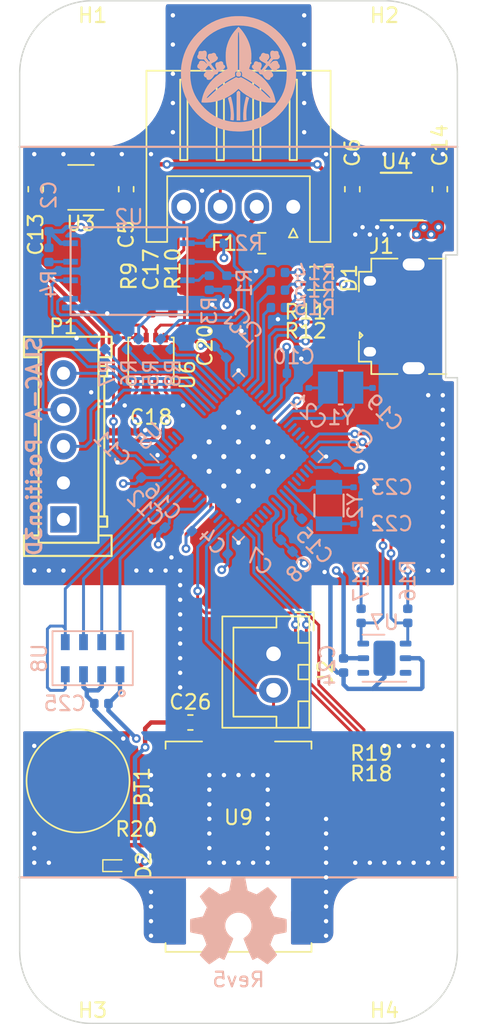
<source format=kicad_pcb>
(kicad_pcb (version 20171130) (host pcbnew "(5.1.4)-1")
  (layers (0 F.Cu signal) (1 POW.Cu power) (2 GND.Cu power) (31 B.Cu signal) (34 B.Paste user) (35 F.Paste user) (36 B.SilkS user) (37 F.SilkS user) (38 B.Mask user) (39 F.Mask user) (44 Edge.Cuts user))
  (net 0 "")
  (net 1 +3V3)
  (net 2 GND)
  (net 3 "Net-(C5-Pad1)")
  (net 4 +5V)
  (net 5 "Net-(C15-Pad2)")
  (net 6 "Net-(C16-Pad2)")
  (net 7 "Net-(C17-Pad1)")
  (net 8 "Net-(C19-Pad1)")
  (net 9 "Net-(C21-Pad1)")
  (net 10 "Net-(D1-Pad1)")
  (net 11 "Net-(D1-Pad2)")
  (net 12 "Net-(D1-Pad3)")
  (net 13 "Net-(J1-Pad2)")
  (net 14 "Net-(J1-Pad3)")
  (net 15 "Net-(P1-Pad3)")
  (net 16 "Net-(P1-Pad4)")
  (net 17 "Net-(P1-Pad5)")
  (net 18 "Net-(R1-Pad2)")
  (net 19 "Net-(R2-Pad2)")
  (net 20 "Net-(R3-Pad2)")
  (net 21 "Net-(R4-Pad2)")
  (net 22 /Flash-MISO)
  (net 23 /Flash-MOSI)
  (net 24 "Net-(R6-Pad1)")
  (net 25 "Net-(R7-Pad1)")
  (net 26 /Flash-SCLK)
  (net 27 /Flash-~CS)
  (net 28 "Net-(R9-Pad1)")
  (net 29 "Net-(R10-Pad2)")
  (net 30 "Net-(R11-Pad2)")
  (net 31 "Net-(R12-Pad2)")
  (net 32 /LED-R)
  (net 33 /LED-G)
  (net 34 /LED-B)
  (net 35 /CAN-TXD)
  (net 36 /CAN-RXD)
  (net 37 /CAN-STB)
  (net 38 "Net-(BT1-Pad1)")
  (net 39 /Crystal_kHz_XI)
  (net 40 /Crystal_kHz_XO)
  (net 41 "Net-(D2-Pad1)")
  (net 42 "Net-(F1-Pad2)")
  (net 43 /GNSS-1PPS)
  (net 44 /H-SDA)
  (net 45 /H-SCL)
  (net 46 "Net-(R18-Pad1)")
  (net 47 /GNSS-TXD)
  (net 48 "Net-(R19-Pad1)")
  (net 49 /GNSS-RXD)
  (net 50 /GNSS-~RESET)
  (net 51 /PT-SCLK)
  (net 52 /PT-MOSI)
  (net 53 /PT-MISO)
  (net 54 /PT-~CS)
  (net 55 "Net-(U9-Pad16)")
  (module Symbol:OSHW-Symbol_6.7x6mm_SilkScreen (layer B.Cu) (at 115 158 180)
    (fp_text reference REF** hide)
    (fp_text value OSHW-Symbol_6.7x6mm_SilkScreen hide)
  )
  (module VVV-KiCad-Logo:kamon (layer B.Cu) (at 115 100 180)
    (fp_text reference G*** hide)
    (fp_text value LOGO hide)
  )
  (module KUTKiCad_footprint:LED_LiteOn_LTST-C19HE1WT (layer F.Cu) (at 120.7 114 90)
    (fp_text reference D1 (at 0 1.9 90) (layer F.SilkS))
    (fp_text value LED_RGBA)
    (pad 3 smd rect (at 0.4 0.7 90) (size 0.55 0.6) (layers F.Cu F.Paste F.Mask) (net 12 "Net-(D1-Pad3)"))
    (pad 4 smd rect (at -0.4 0.7 90) (size 0.55 0.6) (layers F.Cu F.Paste F.Mask) (net 1 +3V3))
    (pad 2 smd rect (at 0.4 -0.7 90) (size 0.55 0.6) (layers F.Cu F.Paste F.Mask) (net 11 "Net-(D1-Pad2)"))
    (pad 1 smd rect (at -0.4 -0.7 90) (size 0.55 0.6) (layers F.Cu F.Paste F.Mask) (net 10 "Net-(D1-Pad1)"))
  )
  (module KUTKiCad_footprint:Hirose_ZX_ZX62D-B-5P8 (layer F.Cu) (at 127 116.6 90)
    (fp_text reference J1 (at 4.8 -2.2 180) (layer F.SilkS))
    (fp_text value USB_B_Micro)
    (pad 6 smd rect (at 1.15 0 90) (size 1.8 1.9) (layers F.Cu F.Paste F.Mask) (net 2 GND))
    (pad 6 smd rect (at -1.15 0 90) (size 1.8 1.9) (layers F.Cu F.Paste F.Mask) (net 2 GND))
    (pad 6 thru_hole rect (at 3.55 0 90) (size 2.1 1.9) (drill oval 0.825 1.5 (offset 0.1 0)) (layers *.Cu *.Mask) (net 2 GND))
    (pad 6 thru_hole rect (at -3.55 0 90) (size 2.1 1.9) (drill oval 0.825 1.5 (offset -0.1 0)) (layers *.Cu *.Mask) (net 2 GND))
    (pad 6 thru_hole oval (at 2.425 -3 90) (size 1.05 1.25) (drill oval 0.65 0.85) (layers *.Cu *.Mask) (net 2 GND))
    (pad 6 thru_hole oval (at -2.425 -3 90) (size 1.05 1.25) (drill oval 0.65 0.85) (layers *.Cu *.Mask) (net 2 GND))
    (pad 5 smd rect (at 1.3 -2.675 90) (size 0.4 1.35) (layers F.Cu F.Paste F.Mask) (net 2 GND))
    (pad 4 smd rect (at 0.65 -2.675 90) (size 0.4 1.35) (layers F.Cu F.Paste F.Mask))
    (pad 3 smd rect (at 0 -2.675 90) (size 0.4 1.35) (layers F.Cu F.Paste F.Mask) (net 14 "Net-(J1-Pad3)"))
    (pad 2 smd rect (at -0.65 -2.675 90) (size 0.4 1.35) (layers F.Cu F.Paste F.Mask) (net 13 "Net-(J1-Pad2)"))
    (pad 1 smd rect (at -1.3 -2.675 90) (size 0.4 1.35) (layers F.Cu F.Paste F.Mask))
  )
  (module Capacitor_SMD:C_0402_1005Metric (layer B.Cu) (at 114.5 119.1 45)
    (fp_text reference C1 (at 1.838478 0 45) (layer B.SilkS) (effects (justify mirror)))
    (fp_text value 0.1uF)
    (pad 1 smd roundrect (at -0.485 0 45) (size 0.59 0.64) (layers B.Cu B.Paste B.Mask) (net 1 +3V3))
    (pad 2 smd roundrect (at 0.485 0 45) (size 0.59 0.64) (layers B.Cu B.Paste B.Mask) (net 2 GND))
  )
  (module Capacitor_SMD:C_0402_1005Metric (layer B.Cu) (at 102 110.3 90)
    (fp_text reference C2 (at 2 0 90) (layer B.SilkS) (effects (justify mirror)))
    (fp_text value 0.1uF)
    (pad 2 smd roundrect (at 0.485 0 90) (size 0.59 0.64) (layers B.Cu B.Paste B.Mask) (net 2 GND))
    (pad 1 smd roundrect (at -0.485 0 90) (size 0.59 0.64) (layers B.Cu B.Paste B.Mask) (net 1 +3V3))
  )
  (module Capacitor_SMD:C_0402_1005Metric (layer B.Cu) (at 113.697053 118.302947 45)
    (fp_text reference C3 (at 1.913356 -0.070711 225) (layer B.SilkS) (effects (justify mirror)))
    (fp_text value 0.1uF)
    (pad 1 smd roundrect (at -0.485 0 45) (size 0.59 0.64) (layers B.Cu B.Paste B.Mask) (net 1 +3V3))
    (pad 2 smd roundrect (at 0.485 0 45) (size 0.59 0.64) (layers B.Cu B.Paste B.Mask) (net 2 GND))
  )
  (module Capacitor_SMD:C_0402_1005Metric (layer B.Cu) (at 114.6 133.2 315)
    (fp_text reference C4 (at -1.838478 0.141421 135) (layer B.SilkS) (effects (justify mirror)))
    (fp_text value 0.1uF)
    (pad 2 smd roundrect (at 0.485 0 315) (size 0.59 0.64) (layers B.Cu B.Paste B.Mask) (net 2 GND))
    (pad 1 smd roundrect (at -0.485 0 315) (size 0.59 0.64) (layers B.Cu B.Paste B.Mask) (net 1 +3V3))
  )
  (module Capacitor_SMD:C_0603_1608Metric (layer F.Cu) (at 107.3 107.9 90)
    (fp_text reference C5 (at -3.1 0 270) (layer F.SilkS))
    (fp_text value 10uF)
    (pad 1 smd roundrect (at -0.7875 0 90) (size 0.875 0.95) (layers F.Cu F.Paste F.Mask) (net 3 "Net-(C5-Pad1)"))
    (pad 2 smd roundrect (at 0.7875 0 90) (size 0.875 0.95) (layers F.Cu F.Paste F.Mask) (net 2 GND))
  )
  (module Capacitor_SMD:C_0603_1608Metric (layer F.Cu) (at 122.8 107.9 90)
    (fp_text reference C6 (at 2.5 0 90) (layer F.SilkS))
    (fp_text value 10uF)
    (pad 2 smd roundrect (at 0.7875 0 90) (size 0.875 0.95) (layers F.Cu F.Paste F.Mask) (net 2 GND))
    (pad 1 smd roundrect (at -0.7875 0 90) (size 0.875 0.95) (layers F.Cu F.Paste F.Mask) (net 3 "Net-(C5-Pad1)"))
  )
  (module Capacitor_SMD:C_0402_1005Metric (layer B.Cu) (at 117.557053 132.242947 225)
    (fp_text reference C7 (at 1.63632 0 135) (layer B.SilkS) (effects (justify mirror)))
    (fp_text value 0.1uF)
    (pad 1 smd roundrect (at -0.485 0 225) (size 0.59 0.64) (layers B.Cu B.Paste B.Mask) (net 1 +3V3))
    (pad 2 smd roundrect (at 0.485 0 225) (size 0.59 0.64) (layers B.Cu B.Paste B.Mask) (net 2 GND))
  )
  (module Capacitor_SMD:C_0402_1005Metric (layer B.Cu) (at 118.357053 133.042947 225)
    (fp_text reference C8 (at 0.009974 -1.202082 45) (layer B.SilkS) (effects (justify mirror)))
    (fp_text value 0.1uF)
    (pad 1 smd roundrect (at -0.485 0 225) (size 0.59 0.64) (layers B.Cu B.Paste B.Mask) (net 1 +3V3))
    (pad 2 smd roundrect (at 0.485 0 225) (size 0.59 0.64) (layers B.Cu B.Paste B.Mask) (net 2 GND))
  )
  (module Capacitor_SMD:C_0402_1005Metric (layer B.Cu) (at 122 126.6 45)
    (fp_text reference C9 (at 1.979899 0 45) (layer B.SilkS) (effects (justify mirror)))
    (fp_text value 0.1uF)
    (pad 2 smd roundrect (at 0.485 0 45) (size 0.59 0.64) (layers B.Cu B.Paste B.Mask) (net 2 GND))
    (pad 1 smd roundrect (at -0.485 0 45) (size 0.59 0.64) (layers B.Cu B.Paste B.Mask) (net 1 +3V3))
  )
  (module Capacitor_SMD:C_0402_1005Metric (layer B.Cu) (at 118.8 120.5)
    (fp_text reference C10 (at 0 -1.14 180) (layer B.SilkS) (effects (justify mirror)))
    (fp_text value 1uF)
    (pad 1 smd roundrect (at -0.485 0) (size 0.59 0.64) (layers B.Cu B.Paste B.Mask) (net 1 +3V3))
    (pad 2 smd roundrect (at 0.485 0) (size 0.59 0.64) (layers B.Cu B.Paste B.Mask) (net 2 GND))
  )
  (module Capacitor_SMD:C_0402_1005Metric (layer B.Cu) (at 108 127.3 135)
    (fp_text reference C11 (at 2.347595 0 315) (layer B.SilkS) (effects (justify mirror)))
    (fp_text value 0.1uF)
    (pad 2 smd roundrect (at 0.485 0 135) (size 0.59 0.64) (layers B.Cu B.Paste B.Mask) (net 2 GND))
    (pad 1 smd roundrect (at -0.485 0 135) (size 0.59 0.64) (layers B.Cu B.Paste B.Mask) (net 1 +3V3))
  )
  (module Capacitor_SMD:C_0402_1005Metric (layer B.Cu) (at 110.3 131.4 315)
    (fp_text reference C12 (at -2.361737 0 135) (layer B.SilkS) (effects (justify mirror)))
    (fp_text value 1uF)
    (pad 2 smd roundrect (at 0.485 0 315) (size 0.59 0.64) (layers B.Cu B.Paste B.Mask) (net 2 GND))
    (pad 1 smd roundrect (at -0.485 0 315) (size 0.59 0.64) (layers B.Cu B.Paste B.Mask) (net 1 +3V3))
  )
  (module Capacitor_SMD:C_0603_1608Metric (layer F.Cu) (at 101.1 107.9 90)
    (fp_text reference C13 (at -3.1 0 270) (layer F.SilkS))
    (fp_text value 10uF)
    (pad 2 smd roundrect (at 0.7875 0 90) (size 0.875 0.95) (layers F.Cu F.Paste F.Mask) (net 2 GND))
    (pad 1 smd roundrect (at -0.7875 0 90) (size 0.875 0.95) (layers F.Cu F.Paste F.Mask) (net 4 +5V))
  )
  (module Capacitor_SMD:C_0603_1608Metric (layer F.Cu) (at 128.8 107.9 90)
    (fp_text reference C14 (at 3 0 90) (layer F.SilkS))
    (fp_text value 10uF)
    (pad 1 smd roundrect (at -0.7875 0 90) (size 0.875 0.95) (layers F.Cu F.Paste F.Mask) (net 1 +3V3))
    (pad 2 smd roundrect (at 0.7875 0 90) (size 0.875 0.95) (layers F.Cu F.Paste F.Mask) (net 2 GND))
  )
  (module Capacitor_SMD:C_0402_1005Metric (layer B.Cu) (at 119 130.8 45)
    (fp_text reference C15 (at -0.212132 1.909188 315) (layer B.SilkS) (effects (justify mirror)))
    (fp_text value 1uF)
    (pad 1 smd roundrect (at -0.485 0 45) (size 0.59 0.64) (layers B.Cu B.Paste B.Mask) (net 2 GND))
    (pad 2 smd roundrect (at 0.485 0 45) (size 0.59 0.64) (layers B.Cu B.Paste B.Mask) (net 5 "Net-(C15-Pad2)"))
  )
  (module Capacitor_SMD:C_0402_1005Metric (layer B.Cu) (at 111.46 130.96 315)
    (fp_text reference C16 (at -2.347595 0 135) (layer B.SilkS) (effects (justify mirror)))
    (fp_text value 1uF)
    (pad 1 smd roundrect (at -0.485 0 315) (size 0.59 0.64) (layers B.Cu B.Paste B.Mask) (net 2 GND))
    (pad 2 smd roundrect (at 0.485 0 315) (size 0.59 0.64) (layers B.Cu B.Paste B.Mask) (net 6 "Net-(C16-Pad2)"))
  )
  (module Capacitor_SMD:C_0402_1005Metric (layer F.Cu) (at 109 115.9 90)
    (fp_text reference C17 (at 2.5 0 90) (layer F.SilkS))
    (fp_text value 4.7nF)
    (pad 2 smd roundrect (at 0.485 0 90) (size 0.59 0.64) (layers F.Cu F.Paste F.Mask) (net 2 GND))
    (pad 1 smd roundrect (at -0.485 0 90) (size 0.59 0.64) (layers F.Cu F.Paste F.Mask) (net 7 "Net-(C17-Pad1)"))
  )
  (module Capacitor_SMD:C_0402_1005Metric (layer F.Cu) (at 109 122.4)
    (fp_text reference C18 (at 0 1.1) (layer F.SilkS))
    (fp_text value 0.1uF)
    (pad 2 smd roundrect (at 0.485 0) (size 0.59 0.64) (layers F.Cu F.Paste F.Mask) (net 4 +5V))
    (pad 1 smd roundrect (at -0.485 0) (size 0.59 0.64) (layers F.Cu F.Paste F.Mask) (net 2 GND))
  )
  (module Capacitor_SMD:C_0201_0603Metric (layer B.Cu) (at 124.5 121.5)
    (fp_text reference C19 (at 0.5 1.7 315) (layer B.SilkS) (effects (justify mirror)))
    (fp_text value 9pF)
    (pad 1 smd roundrect (at -0.32 0) (size 0.46 0.4) (layers B.Cu B.Mask) (net 8 "Net-(C19-Pad1)"))
    (pad 2 smd roundrect (at 0.32 0) (size 0.46 0.4) (layers B.Cu B.Mask) (net 2 GND))
  )
  (module Capacitor_SMD:C_0402_1005Metric (layer F.Cu) (at 111.4 118.6 270)
    (fp_text reference C20 (at 0 -1.3 90) (layer F.SilkS))
    (fp_text value 0.1uF)
    (pad 1 smd roundrect (at -0.485 0 270) (size 0.59 0.64) (layers F.Cu F.Paste F.Mask) (net 1 +3V3))
    (pad 2 smd roundrect (at 0.485 0 270) (size 0.59 0.64) (layers F.Cu F.Paste F.Mask) (net 2 GND))
  )
  (module Capacitor_SMD:C_0201_0603Metric (layer B.Cu) (at 119.5 121.5 180)
    (fp_text reference C21 (at -0.3 -1.6 135) (layer B.SilkS) (effects (justify mirror)))
    (fp_text value 9pF)
    (pad 2 smd roundrect (at 0.32 0 180) (size 0.46 0.4) (layers B.Cu B.Mask) (net 2 GND))
    (pad 1 smd roundrect (at -0.32 0 180) (size 0.46 0.4) (layers B.Cu B.Mask) (net 9 "Net-(C21-Pad1)"))
  )
  (module Fuse:Fuse_0805_2012Metric (layer F.Cu) (at 116.6 111.6 180)
    (fp_text reference F1 (at 2.6 0) (layer F.SilkS))
    (fp_text value Polyfuse)
    (pad 1 smd roundrect (at -0.9375 0 180) (size 0.975 1.4) (layers F.Cu F.Paste F.Mask) (net 3 "Net-(C5-Pad1)"))
    (pad 2 smd roundrect (at 0.9375 0 180) (size 0.975 1.4) (layers F.Cu F.Paste F.Mask) (net 42 "Net-(F1-Pad2)"))
  )
  (module MountingHole:MountingHole_3.2mm_M3 (layer F.Cu) (at 105 100)
    (fp_text reference H1 (at 0 -4) (layer F.SilkS))
    (fp_text value MountingHole)
    (pad 1 np_thru_hole circle (at 0 0) (size 3.2 3.2) (drill 3.2) (layers *.Cu *.Mask))
  )
  (module MountingHole:MountingHole_3.2mm_M3 (layer F.Cu) (at 125 100)
    (fp_text reference H2 (at 0 -4) (layer F.SilkS))
    (fp_text value MountingHole)
    (pad 1 np_thru_hole circle (at 0 0) (size 3.2 3.2) (drill 3.2) (layers *.Cu *.Mask))
  )
  (module MountingHole:MountingHole_3.2mm_M3 (layer F.Cu) (at 105 160)
    (fp_text reference H3 (at 0 4.1) (layer F.SilkS))
    (fp_text value MountingHole)
    (pad 1 np_thru_hole circle (at 0 0) (size 3.2 3.2) (drill 3.2) (layers *.Cu *.Mask))
  )
  (module MountingHole:MountingHole_3.2mm_M3 (layer F.Cu) (at 125 160)
    (fp_text reference H4 (at 0 4.1) (layer F.SilkS))
    (fp_text value MountingHole)
    (pad 1 np_thru_hole circle (at 0 0) (size 3.2 3.2) (drill 3.2) (layers *.Cu *.Mask))
  )
  (module KUTKiCad_footprint:JST_JQ_05JQ-BT_1x05_P2.5mm_Vertical (layer F.Cu) (at 103 130.5 270)
    (fp_text reference P1 (at -13.2 0 180) (layer F.SilkS))
    (fp_text value KRC_Conn_SWD)
    (pad 1 thru_hole rect (at 0 0 270) (size 1.8 1.8) (drill 0.9) (layers *.Cu *.Mask))
    (pad 2 thru_hole circle (at -2.5 0 270) (size 1.8 1.8) (drill 0.9) (layers *.Cu *.Mask) (net 2 GND))
    (pad 3 thru_hole circle (at -5 0 270) (size 1.8 1.8) (drill 0.9) (layers *.Cu *.Mask) (net 15 "Net-(P1-Pad3)"))
    (pad 4 thru_hole circle (at -7.5 0 270) (size 1.8 1.8) (drill 0.9) (layers *.Cu *.Mask) (net 16 "Net-(P1-Pad4)"))
    (pad 5 thru_hole circle (at -10 0 270) (size 1.8 1.8) (drill 0.9) (layers *.Cu *.Mask) (net 17 "Net-(P1-Pad5)"))
  )
  (module Resistor_SMD:R_0402_1005Metric (layer B.Cu) (at 114.2 114.3 90)
    (fp_text reference R1 (at 0 1.2 90) (layer B.SilkS) (effects (justify mirror)))
    (fp_text value 4.7kΩ)
    (pad 2 smd roundrect (at 0.485 0 90) (size 0.59 0.64) (layers B.Cu B.Paste B.Mask) (net 18 "Net-(R1-Pad2)"))
    (pad 1 smd roundrect (at -0.485 0 90) (size 0.59 0.64) (layers B.Cu B.Paste B.Mask) (net 1 +3V3))
  )
  (module Resistor_SMD:R_0402_1005Metric (layer B.Cu) (at 113.5 111.6 180)
    (fp_text reference R2 (at -2.2 0) (layer B.SilkS) (effects (justify mirror)))
    (fp_text value 4.7kΩ)
    (pad 2 smd roundrect (at 0.485 0 180) (size 0.59 0.64) (layers B.Cu B.Paste B.Mask) (net 19 "Net-(R2-Pad2)"))
    (pad 1 smd roundrect (at -0.485 0 180) (size 0.59 0.64) (layers B.Cu B.Paste B.Mask) (net 1 +3V3))
  )
  (module Resistor_SMD:R_0402_1005Metric (layer B.Cu) (at 113 114.305 90)
    (fp_text reference R3 (at -1.905 0 90) (layer B.SilkS) (effects (justify mirror)))
    (fp_text value 4.7kΩ)
    (pad 1 smd roundrect (at -0.485 0 90) (size 0.59 0.64) (layers B.Cu B.Paste B.Mask) (net 1 +3V3))
    (pad 2 smd roundrect (at 0.485 0 90) (size 0.59 0.64) (layers B.Cu B.Paste B.Mask) (net 20 "Net-(R3-Pad2)"))
  )
  (module Resistor_SMD:R_0402_1005Metric (layer B.Cu) (at 102 112.4 270)
    (fp_text reference R4 (at 2 0 90) (layer B.SilkS) (effects (justify mirror)))
    (fp_text value 4.7kΩ)
    (pad 2 smd roundrect (at 0.485 0 270) (size 0.59 0.64) (layers B.Cu B.Paste B.Mask) (net 21 "Net-(R4-Pad2)"))
    (pad 1 smd roundrect (at -0.485 0 270) (size 0.59 0.64) (layers B.Cu B.Paste B.Mask) (net 1 +3V3))
  )
  (module Resistor_SMD:R_0402_1005Metric (layer B.Cu) (at 108.5 118.5 315)
    (fp_text reference R5 (at 1.767767 1.06066 270) (layer B.SilkS) (effects (justify mirror)))
    (fp_text value 22Ω)
    (pad 1 smd roundrect (at -0.485 0 315) (size 0.59 0.64) (layers B.Cu B.Paste B.Mask) (net 18 "Net-(R1-Pad2)"))
    (pad 2 smd roundrect (at 0.485 0 315) (size 0.59 0.64) (layers B.Cu B.Paste B.Mask) (net 22 /Flash-MISO))
  )
  (module Resistor_SMD:R_0402_1005Metric (layer B.Cu) (at 107.01 118.5 315)
    (fp_text reference R6 (at 1.760696 1.067731 270) (layer B.SilkS) (effects (justify mirror)))
    (fp_text value 22Ω)
    (pad 2 smd roundrect (at 0.485 0 315) (size 0.59 0.64) (layers B.Cu B.Paste B.Mask) (net 23 /Flash-MOSI))
    (pad 1 smd roundrect (at -0.485 0 315) (size 0.59 0.64) (layers B.Cu B.Paste B.Mask) (net 24 "Net-(R6-Pad1)"))
  )
  (module Resistor_SMD:R_0402_1005Metric (layer B.Cu) (at 105.5 118.5 315)
    (fp_text reference R7 (at 1.767767 1.06066 90) (layer B.SilkS) (effects (justify mirror)))
    (fp_text value 22Ω)
    (pad 1 smd roundrect (at -0.485 0 315) (size 0.59 0.64) (layers B.Cu B.Paste B.Mask) (net 25 "Net-(R7-Pad1)"))
    (pad 2 smd roundrect (at 0.485 0 315) (size 0.59 0.64) (layers B.Cu B.Paste B.Mask) (net 26 /Flash-SCLK))
  )
  (module Resistor_SMD:R_0402_1005Metric (layer B.Cu) (at 110 118.5 315)
    (fp_text reference R8 (at 1.767767 1.06066 270) (layer B.SilkS) (effects (justify mirror)))
    (fp_text value 22Ω)
    (pad 1 smd roundrect (at -0.485 0 315) (size 0.59 0.64) (layers B.Cu B.Paste B.Mask) (net 19 "Net-(R2-Pad2)"))
    (pad 2 smd roundrect (at 0.485 0 315) (size 0.59 0.64) (layers B.Cu B.Paste B.Mask) (net 27 /Flash-~CS))
  )
  (module Resistor_SMD:R_0402_1005Metric (layer F.Cu) (at 107.5 115.9 270)
    (fp_text reference R9 (at -2.05 0 90) (layer F.SilkS))
    (fp_text value 56Ω)
    (pad 1 smd roundrect (at -0.485 0 270) (size 0.59 0.64) (layers F.Cu F.Paste F.Mask) (net 28 "Net-(R9-Pad1)"))
    (pad 2 smd roundrect (at 0.485 0 270) (size 0.59 0.64) (layers F.Cu F.Paste F.Mask) (net 7 "Net-(C17-Pad1)"))
  )
  (module Resistor_SMD:R_0402_1005Metric (layer F.Cu) (at 110.5 115.9 90)
    (fp_text reference R10 (at 2.55 0 90) (layer F.SilkS))
    (fp_text value 56Ω)
    (pad 1 smd roundrect (at -0.485 0 90) (size 0.59 0.64) (layers F.Cu F.Paste F.Mask) (net 7 "Net-(C17-Pad1)"))
    (pad 2 smd roundrect (at 0.485 0 90) (size 0.59 0.64) (layers F.Cu F.Paste F.Mask) (net 29 "Net-(R10-Pad2)"))
  )
  (module Resistor_SMD:R_0402_1005Metric (layer F.Cu) (at 122 116.3 180)
    (fp_text reference R11 (at 2.4 0) (layer F.SilkS))
    (fp_text value 22Ω)
    (pad 2 smd roundrect (at 0.485 0 180) (size 0.59 0.64) (layers F.Cu F.Paste F.Mask) (net 30 "Net-(R11-Pad2)"))
    (pad 1 smd roundrect (at -0.485 0 180) (size 0.59 0.64) (layers F.Cu F.Paste F.Mask) (net 14 "Net-(J1-Pad3)"))
  )
  (module Resistor_SMD:R_0402_1005Metric (layer F.Cu) (at 122 117.6 180)
    (fp_text reference R12 (at 2.4 0) (layer F.SilkS))
    (fp_text value 22Ω)
    (pad 1 smd roundrect (at -0.485 0 180) (size 0.59 0.64) (layers F.Cu F.Paste F.Mask) (net 13 "Net-(J1-Pad2)"))
    (pad 2 smd roundrect (at 0.485 0 180) (size 0.59 0.64) (layers F.Cu F.Paste F.Mask) (net 31 "Net-(R12-Pad2)"))
  )
  (module Resistor_SMD:R_0402_1005Metric (layer B.Cu) (at 117.7 114.81 180)
    (fp_text reference R13 (at -2.52 0.01) (layer B.SilkS) (effects (justify mirror)))
    (fp_text value 1.5kΩ)
    (pad 1 smd roundrect (at -0.485 0 180) (size 0.59 0.64) (layers B.Cu B.Paste B.Mask) (net 10 "Net-(D1-Pad1)"))
    (pad 2 smd roundrect (at 0.485 0 180) (size 0.59 0.64) (layers B.Cu B.Paste B.Mask) (net 32 /LED-R))
  )
  (module Resistor_SMD:R_0402_1005Metric (layer B.Cu) (at 117.7 113.6 180)
    (fp_text reference R14 (at -2.52 0) (layer B.SilkS) (effects (justify mirror)))
    (fp_text value 820Ω)
    (pad 2 smd roundrect (at 0.485 0 180) (size 0.59 0.64) (layers B.Cu B.Paste B.Mask) (net 33 /LED-G))
    (pad 1 smd roundrect (at -0.485 0 180) (size 0.59 0.64) (layers B.Cu B.Paste B.Mask) (net 11 "Net-(D1-Pad2)"))
  )
  (module Resistor_SMD:R_0402_1005Metric (layer B.Cu) (at 117.7 116 180)
    (fp_text reference R15 (at -2.53 0) (layer B.SilkS) (effects (justify mirror)))
    (fp_text value 820Ω)
    (pad 2 smd roundrect (at 0.485 0 180) (size 0.59 0.64) (layers B.Cu B.Paste B.Mask) (net 34 /LED-B))
    (pad 1 smd roundrect (at -0.485 0 180) (size 0.59 0.64) (layers B.Cu B.Paste B.Mask) (net 12 "Net-(D1-Pad3)"))
  )
  (module Connector_JST:JST_XH_S4B-XH-A_1x04_P2.50mm_Horizontal (layer F.Cu) (at 118.75 109.1 180)
    (fp_text reference U1 (at 3.75 10.3) (layer F.SilkS))
    (fp_text value KRC_Conn_CAN)
    (pad 1 thru_hole roundrect (at 0 0 180) (size 1.7 1.95) (drill 0.95) (layers *.Cu *.Mask) (roundrect_rratio 0.147059) (net 2 GND))
    (pad 2 thru_hole oval (at 2.5 0 180) (size 1.7 1.95) (drill 0.95) (layers *.Cu *.Mask) (net 42 "Net-(F1-Pad2)"))
    (pad 3 thru_hole oval (at 5 0 180) (size 1.7 1.95) (drill 0.95) (layers *.Cu *.Mask) (net 28 "Net-(R9-Pad1)"))
    (pad 4 thru_hole oval (at 7.5 0 180) (size 1.7 1.95) (drill 0.95) (layers *.Cu *.Mask) (net 29 "Net-(R10-Pad2)"))
  )
  (module KUTKiCad_footprint:WSON-8_8x6mm_P1.27mm (layer B.Cu) (at 107.49 113.5 180)
    (fp_text reference U2 (at 0 3.7) (layer B.SilkS) (effects (justify mirror)))
    (fp_text value W25N01GVxxIG-IT)
    (pad 4 smd rect (at -4 -1.905 180) (size 1 0.4) (layers B.Cu B.Paste B.Mask) (net 2 GND))
    (pad 6 smd rect (at 4 -0.635 180) (size 1 0.4) (layers B.Cu B.Paste B.Mask) (net 25 "Net-(R7-Pad1)"))
    (pad 7 smd rect (at 4 0.635 180) (size 1 0.4) (layers B.Cu B.Paste B.Mask) (net 21 "Net-(R4-Pad2)"))
    (pad 2 smd rect (at -4 0.635 180) (size 1 0.4) (layers B.Cu B.Paste B.Mask) (net 18 "Net-(R1-Pad2)"))
    (pad 5 smd rect (at 4 -1.905 180) (size 1 0.4) (layers B.Cu B.Paste B.Mask) (net 24 "Net-(R6-Pad1)"))
    (pad 8 smd rect (at 4 1.905 180) (size 1 0.4) (layers B.Cu B.Paste B.Mask) (net 1 +3V3))
    (pad 9 smd rect (at 0 0 180) (size 4.7 4.6) (layers B.Cu B.Paste B.Mask) (net 2 GND))
    (pad 3 smd rect (at -4 -0.635 180) (size 1 0.4) (layers B.Cu B.Paste B.Mask) (net 20 "Net-(R3-Pad2)"))
    (pad 1 smd rect (at -4 1.905 180) (size 1 0.4) (layers B.Cu B.Paste B.Mask) (net 19 "Net-(R2-Pad2)"))
  )
  (module Package_TO_SOT_SMD:TSOT-23-5 (layer F.Cu) (at 104.2 107.8 180)
    (fp_text reference U3 (at 0 -2.45) (layer F.SilkS))
    (fp_text value LT1761-5)
    (pad 1 smd rect (at -1.31 -0.95 180) (size 1.22 0.65) (layers F.Cu F.Paste F.Mask) (net 3 "Net-(C5-Pad1)"))
    (pad 2 smd rect (at -1.31 0 180) (size 1.22 0.65) (layers F.Cu F.Paste F.Mask) (net 2 GND))
    (pad 3 smd rect (at -1.31 0.95 180) (size 1.22 0.65) (layers F.Cu F.Paste F.Mask) (net 3 "Net-(C5-Pad1)"))
    (pad 4 smd rect (at 1.31 0.95 180) (size 1.22 0.65) (layers F.Cu F.Paste F.Mask))
    (pad 5 smd rect (at 1.31 -0.95 180) (size 1.22 0.65) (layers F.Cu F.Paste F.Mask) (net 4 +5V))
  )
  (module Package_DFN_QFN:DFN-8-1EP_3x3mm_P0.5mm_EP1.66x2.38mm (layer F.Cu) (at 125.8 108.4 180)
    (fp_text reference U4 (at 0 2.4) (layer F.SilkS))
    (fp_text value LT1965xDD-3.3)
    (pad 1 smd rect (at -1.4 -0.75 180) (size 0.7 0.25) (layers F.Cu F.Paste F.Mask) (net 1 +3V3))
    (pad 2 smd rect (at -1.4 -0.25 180) (size 0.7 0.25) (layers F.Cu F.Paste F.Mask) (net 1 +3V3))
    (pad 3 smd rect (at -1.4 0.25 180) (size 0.7 0.25) (layers F.Cu F.Paste F.Mask) (net 1 +3V3))
    (pad 4 smd rect (at -1.4 0.75 180) (size 0.7 0.25) (layers F.Cu F.Paste F.Mask) (net 2 GND))
    (pad 5 smd rect (at 1.4 0.75 180) (size 0.7 0.25) (layers F.Cu F.Paste F.Mask) (net 2 GND))
    (pad 6 smd rect (at 1.4 0.25 180) (size 0.7 0.25) (layers F.Cu F.Paste F.Mask) (net 3 "Net-(C5-Pad1)"))
    (pad 7 smd rect (at 1.4 -0.25 180) (size 0.7 0.25) (layers F.Cu F.Paste F.Mask) (net 3 "Net-(C5-Pad1)"))
    (pad 8 smd rect (at 1.4 -0.75 180) (size 0.7 0.25) (layers F.Cu F.Paste F.Mask) (net 3 "Net-(C5-Pad1)"))
    (pad 9 smd rect (at 0 0 180) (size 1.66 2.38) (layers F.Cu F.Mask) (net 2 GND))
  )
  (module KUTKiCad_footprint:Cypress_QFN-68_EP_8x8_Pitch0.4mm (layer B.Cu) (at 115 126.2 315)
    (fp_text reference U5 (at -5.303301 3.323402 225) (layer B.SilkS) (effects (justify mirror)))
    (fp_text value CY8C58xxLTI-LPxxx)
    (pad 1 smd oval (at -4 3.2 225) (size 0.2 0.8) (layers B.Cu B.Paste B.Mask) (net 35 /CAN-TXD))
    (pad 2 smd oval (at -4 2.8 225) (size 0.2 0.8) (layers B.Cu B.Paste B.Mask) (net 36 /CAN-RXD))
    (pad 3 smd oval (at -4 2.4 225) (size 0.2 0.8) (layers B.Cu B.Paste B.Mask))
    (pad 4 smd oval (at -4 2 225) (size 0.2 0.8) (layers B.Cu B.Paste B.Mask))
    (pad 5 smd oval (at -4 1.6 225) (size 0.2 0.8) (layers B.Cu B.Paste B.Mask) (net 2 GND))
    (pad 6 smd oval (at -4 1.2 225) (size 0.2 0.8) (layers B.Cu B.Paste B.Mask) (net 2 GND))
    (pad 7 smd oval (at -4 0.8 225) (size 0.2 0.8) (layers B.Cu B.Paste B.Mask) (net 2 GND))
    (pad 8 smd oval (at -4 0.4 225) (size 0.2 0.8) (layers B.Cu B.Paste B.Mask) (net 2 GND))
    (pad 9 smd oval (at -4 0 225) (size 0.2 0.8) (layers B.Cu B.Paste B.Mask) (net 2 GND))
    (pad 10 smd oval (at -4 -0.4 225) (size 0.2 0.8) (layers B.Cu B.Paste B.Mask) (net 15 "Net-(P1-Pad3)"))
    (pad 11 smd oval (at -4 -0.8 225) (size 0.2 0.8) (layers B.Cu B.Paste B.Mask) (net 17 "Net-(P1-Pad5)"))
    (pad 12 smd oval (at -4 -1.2 225) (size 0.2 0.8) (layers B.Cu B.Paste B.Mask) (net 16 "Net-(P1-Pad4)"))
    (pad 13 smd oval (at -4 -1.6 225) (size 0.2 0.8) (layers B.Cu B.Paste B.Mask) (net 26 /Flash-SCLK))
    (pad 14 smd oval (at -4 -2 225) (size 0.2 0.8) (layers B.Cu B.Paste B.Mask) (net 23 /Flash-MOSI))
    (pad 15 smd oval (at -4 -2.4 225) (size 0.2 0.8) (layers B.Cu B.Paste B.Mask) (net 22 /Flash-MISO))
    (pad 16 smd oval (at -4 -2.8 225) (size 0.2 0.8) (layers B.Cu B.Paste B.Mask) (net 27 /Flash-~CS))
    (pad 17 smd oval (at -4 -3.2 225) (size 0.2 0.8) (layers B.Cu B.Paste B.Mask) (net 1 +3V3))
    (pad 18 smd oval (at -3.2 -4 315) (size 0.2 0.8) (layers B.Cu B.Paste B.Mask) (net 33 /LED-G))
    (pad 19 smd oval (at -2.8 -4 315) (size 0.2 0.8) (layers B.Cu B.Paste B.Mask) (net 32 /LED-R))
    (pad 20 smd oval (at -2.4 -4 315) (size 0.2 0.8) (layers B.Cu B.Paste B.Mask) (net 34 /LED-B))
    (pad 21 smd oval (at -2 -4 315) (size 0.2 0.8) (layers B.Cu B.Paste B.Mask))
    (pad 22 smd oval (at -1.6 -4 315) (size 0.2 0.8) (layers B.Cu B.Paste B.Mask) (net 30 "Net-(R11-Pad2)"))
    (pad 23 smd oval (at -1.2 -4 315) (size 0.2 0.8) (layers B.Cu B.Paste B.Mask) (net 31 "Net-(R12-Pad2)"))
    (pad 24 smd oval (at -0.8 -4 315) (size 0.2 0.8) (layers B.Cu B.Paste B.Mask) (net 1 +3V3))
    (pad 25 smd oval (at -0.4 -4 315) (size 0.2 0.8) (layers B.Cu B.Paste B.Mask) (net 2 GND))
    (pad 26 smd oval (at 0 -4 315) (size 0.2 0.8) (layers B.Cu B.Paste B.Mask) (net 6 "Net-(C16-Pad2)"))
    (pad 27 smd oval (at 0.4 -4 315) (size 0.2 0.8) (layers B.Cu B.Paste B.Mask) (net 9 "Net-(C21-Pad1)"))
    (pad 28 smd oval (at 0.8 -4 315) (size 0.2 0.8) (layers B.Cu B.Paste B.Mask) (net 8 "Net-(C19-Pad1)"))
    (pad 29 smd oval (at 1.2 -4 315) (size 0.2 0.8) (layers B.Cu B.Paste B.Mask))
    (pad 30 smd oval (at 1.6 -4 315) (size 0.2 0.8) (layers B.Cu B.Paste B.Mask))
    (pad 31 smd oval (at 2 -4 315) (size 0.2 0.8) (layers B.Cu B.Paste B.Mask))
    (pad 32 smd oval (at 2.4 -4 315) (size 0.2 0.8) (layers B.Cu B.Paste B.Mask))
    (pad 33 smd oval (at 2.8 -4 315) (size 0.2 0.8) (layers B.Cu B.Paste B.Mask) (net 44 /H-SDA))
    (pad 34 smd oval (at 3.2 -4 315) (size 0.2 0.8) (layers B.Cu B.Paste B.Mask) (net 45 /H-SCL))
    (pad 35 smd oval (at 4 -3.2 225) (size 0.2 0.8) (layers B.Cu B.Paste B.Mask) (net 1 +3V3))
    (pad 36 smd oval (at 4 -2.8 225) (size 0.2 0.8) (layers B.Cu B.Paste B.Mask))
    (pad 37 smd oval (at 4 -2.4 225) (size 0.2 0.8) (layers B.Cu B.Paste B.Mask))
    (pad 38 smd oval (at 4 -2 225) (size 0.2 0.8) (layers B.Cu B.Paste B.Mask))
    (pad 39 smd oval (at 4 -1.6 225) (size 0.2 0.8) (layers B.Cu B.Paste B.Mask))
    (pad 40 smd oval (at 4 -1.2 225) (size 0.2 0.8) (layers B.Cu B.Paste B.Mask) (net 40 /Crystal_kHz_XO))
    (pad 41 smd oval (at 4 -0.8 225) (size 0.2 0.8) (layers B.Cu B.Paste B.Mask) (net 39 /Crystal_kHz_XI))
    (pad 42 smd oval (at 4 -0.4 225) (size 0.2 0.8) (layers B.Cu B.Paste B.Mask) (net 5 "Net-(C15-Pad2)"))
    (pad 43 smd oval (at 4 0 225) (size 0.2 0.8) (layers B.Cu B.Paste B.Mask) (net 2 GND))
    (pad 44 smd oval (at 4 0.4 225) (size 0.2 0.8) (layers B.Cu B.Paste B.Mask) (net 1 +3V3))
    (pad 45 smd oval (at 4 0.8 225) (size 0.2 0.8) (layers B.Cu B.Paste B.Mask) (net 2 GND))
    (pad 46 smd oval (at 4 1.2 225) (size 0.2 0.8) (layers B.Cu B.Paste B.Mask))
    (pad 47 smd oval (at 4 1.6 225) (size 0.2 0.8) (layers B.Cu B.Paste B.Mask))
    (pad 48 smd oval (at 4 2 225) (size 0.2 0.8) (layers B.Cu B.Paste B.Mask))
    (pad 49 smd oval (at 4 2.4 225) (size 0.2 0.8) (layers B.Cu B.Paste B.Mask))
    (pad 50 smd oval (at 4 2.8 225) (size 0.2 0.8) (layers B.Cu B.Paste B.Mask) (net 47 /GNSS-TXD))
    (pad 51 smd oval (at 4 3.2 225) (size 0.2 0.8) (layers B.Cu B.Paste B.Mask) (net 49 /GNSS-RXD))
    (pad 52 smd oval (at 3.2 4 315) (size 0.2 0.8) (layers B.Cu B.Paste B.Mask) (net 1 +3V3))
    (pad 53 smd oval (at 2.8 4 315) (size 0.2 0.8) (layers B.Cu B.Paste B.Mask) (net 43 /GNSS-1PPS))
    (pad 54 smd oval (at 2.4 4 315) (size 0.2 0.8) (layers B.Cu B.Paste B.Mask) (net 50 /GNSS-~RESET))
    (pad 55 smd oval (at 2 4 315) (size 0.2 0.8) (layers B.Cu B.Paste B.Mask))
    (pad 56 smd oval (at 1.6 4 315) (size 0.2 0.8) (layers B.Cu B.Paste B.Mask))
    (pad 57 smd oval (at 1.2 4 315) (size 0.2 0.8) (layers B.Cu B.Paste B.Mask) (net 6 "Net-(C16-Pad2)"))
    (pad 58 smd oval (at 0.8 4 315) (size 0.2 0.8) (layers B.Cu B.Paste B.Mask) (net 2 GND))
    (pad 59 smd oval (at 0.4 4 315) (size 0.2 0.8) (layers B.Cu B.Paste B.Mask) (net 1 +3V3))
    (pad 60 smd oval (at 0 4 315) (size 0.2 0.8) (layers B.Cu B.Paste B.Mask))
    (pad 61 smd oval (at -0.4 4 315) (size 0.2 0.8) (layers B.Cu B.Paste B.Mask))
    (pad 62 smd oval (at -0.8 4 315) (size 0.2 0.8) (layers B.Cu B.Paste B.Mask) (net 51 /PT-SCLK))
    (pad 63 smd oval (at -1.2 4 315) (size 0.2 0.8) (layers B.Cu B.Paste B.Mask) (net 52 /PT-MOSI))
    (pad 64 smd oval (at -1.6 4 315) (size 0.2 0.8) (layers B.Cu B.Paste B.Mask) (net 53 /PT-MISO))
    (pad 65 smd oval (at -2 4 315) (size 0.2 0.8) (layers B.Cu B.Paste B.Mask) (net 54 /PT-~CS))
    (pad 66 smd oval (at -2.4 4 315) (size 0.2 0.8) (layers B.Cu B.Paste B.Mask))
    (pad 67 smd oval (at -2.8 4 315) (size 0.2 0.8) (layers B.Cu B.Paste B.Mask) (net 1 +3V3))
    (pad 68 smd oval (at -3.2 4 315) (size 0.2 0.8) (layers B.Cu B.Paste B.Mask) (net 37 /CAN-STB))
    (pad 69 smd rect (at -2.1375 2.1375 315) (size 1.425 1.425) (layers B.Cu B.Paste B.Mask) (net 2 GND))
    (pad 69 smd rect (at -2.1375 0.7125 315) (size 1.425 1.425) (layers B.Cu B.Paste B.Mask) (net 2 GND))
    (pad 69 smd rect (at -2.1375 -0.7125 315) (size 1.425 1.425) (layers B.Cu B.Paste B.Mask) (net 2 GND))
    (pad 69 smd rect (at -2.1375 -2.1375 315) (size 1.425 1.425) (layers B.Cu B.Paste B.Mask) (net 2 GND))
    (pad 69 smd rect (at -0.7125 2.1375 315) (size 1.425 1.425) (layers B.Cu B.Paste B.Mask) (net 2 GND))
    (pad 69 smd rect (at -0.7125 0.7125 315) (size 1.425 1.425) (layers B.Cu B.Paste B.Mask) (net 2 GND))
    (pad 69 smd rect (at -0.7125 -0.7125 315) (size 1.425 1.425) (layers B.Cu B.Paste B.Mask) (net 2 GND))
    (pad 69 smd rect (at -0.7125 -2.1375 315) (size 1.425 1.425) (layers B.Cu B.Paste B.Mask) (net 2 GND))
    (pad 69 smd rect (at 0.7125 2.1375 315) (size 1.425 1.425) (layers B.Cu B.Paste B.Mask) (net 2 GND))
    (pad 69 smd rect (at 0.7125 0.7125 315) (size 1.425 1.425) (layers B.Cu B.Paste B.Mask) (net 2 GND))
    (pad 69 smd rect (at 0.7125 -0.7125 315) (size 1.425 1.425) (layers B.Cu B.Paste B.Mask) (net 2 GND))
    (pad 69 smd rect (at 0.7125 -2.1375 315) (size 1.425 1.425) (layers B.Cu B.Paste B.Mask) (net 2 GND))
    (pad 69 smd rect (at 2.1375 2.1375 315) (size 1.425 1.425) (layers B.Cu B.Paste B.Mask) (net 2 GND))
    (pad 69 smd rect (at 2.1375 0.7125 315) (size 1.425 1.425) (layers B.Cu B.Paste B.Mask) (net 2 GND))
    (pad 69 smd rect (at 2.1375 -0.7125 315) (size 1.425 1.425) (layers B.Cu B.Paste B.Mask) (net 2 GND))
    (pad 69 smd rect (at 2.1375 -2.1375 315) (size 1.425 1.425) (layers B.Cu B.Paste B.Mask) (net 2 GND))
    (pad 69 thru_hole circle (at -2.1375 2.1375 315) (size 0.7125 0.7125) (drill 0.35625) (layers *.Cu *.Mask) (net 2 GND))
    (pad 69 thru_hole circle (at -2.1375 0.7125 315) (size 0.7125 0.7125) (drill 0.35625) (layers *.Cu *.Mask) (net 2 GND))
    (pad 69 thru_hole circle (at -2.1375 -0.7125 315) (size 0.7125 0.7125) (drill 0.35625) (layers *.Cu *.Mask) (net 2 GND))
    (pad 69 thru_hole circle (at -2.1375 -2.1375 315) (size 0.7125 0.7125) (drill 0.35625) (layers *.Cu *.Mask) (net 2 GND))
    (pad 69 thru_hole circle (at -0.7125 2.1375 315) (size 0.7125 0.7125) (drill 0.35625) (layers *.Cu *.Mask) (net 2 GND))
    (pad 69 thru_hole circle (at -0.7125 0.7125 315) (size 0.7125 0.7125) (drill 0.35625) (layers *.Cu *.Mask) (net 2 GND))
    (pad 69 thru_hole circle (at -0.7125 -0.7125 315) (size 0.7125 0.7125) (drill 0.35625) (layers *.Cu *.Mask) (net 2 GND))
    (pad 69 thru_hole circle (at -0.7125 -2.1375 315) (size 0.7125 0.7125) (drill 0.35625) (layers *.Cu *.Mask) (net 2 GND))
    (pad 69 thru_hole circle (at 0.7125 2.1375 315) (size 0.7125 0.7125) (drill 0.35625) (layers *.Cu *.Mask) (net 2 GND))
    (pad 69 thru_hole circle (at 0.7125 0.7125 315) (size 0.7125 0.7125) (drill 0.35625) (layers *.Cu *.Mask) (net 2 GND))
    (pad 69 thru_hole circle (at 0.7125 -0.7125 315) (size 0.7125 0.7125) (drill 0.35625) (layers *.Cu *.Mask) (net 2 GND))
    (pad 69 thru_hole circle (at 0.7125 -2.1375 315) (size 0.7125 0.7125) (drill 0.35625) (layers *.Cu *.Mask) (net 2 GND))
    (pad 69 thru_hole circle (at 2.1375 2.1375 315) (size 0.7125 0.7125) (drill 0.35625) (layers *.Cu *.Mask) (net 2 GND))
    (pad 69 thru_hole circle (at 2.1375 0.7125 315) (size 0.7125 0.7125) (drill 0.35625) (layers *.Cu *.Mask) (net 2 GND))
    (pad 69 thru_hole circle (at 2.1375 -0.7125 315) (size 0.7125 0.7125) (drill 0.35625) (layers *.Cu *.Mask) (net 2 GND))
    (pad 69 thru_hole circle (at 2.1375 -2.1375 315) (size 0.7125 0.7125) (drill 0.35625) (layers *.Cu *.Mask) (net 2 GND))
  )
  (module Package_DFN_QFN:DFN-8-1EP_3x3mm_P0.65mm_EP1.55x2.4mm (layer F.Cu) (at 109 119.61 90)
    (fp_text reference U6 (at -1 2.5 90) (layer F.SilkS))
    (fp_text value NCV7342)
    (pad 1 smd rect (at -1.55 -0.975 90) (size 0.65 0.35) (layers F.Cu F.Paste F.Mask) (net 35 /CAN-TXD))
    (pad 2 smd rect (at -1.55 -0.325 90) (size 0.65 0.35) (layers F.Cu F.Paste F.Mask) (net 2 GND))
    (pad 3 smd rect (at -1.55 0.325 90) (size 0.65 0.35) (layers F.Cu F.Paste F.Mask) (net 4 +5V))
    (pad 4 smd rect (at -1.55 0.975 90) (size 0.65 0.35) (layers F.Cu F.Paste F.Mask) (net 36 /CAN-RXD))
    (pad 5 smd rect (at 1.55 0.975 90) (size 0.65 0.35) (layers F.Cu F.Paste F.Mask) (net 1 +3V3))
    (pad 6 smd rect (at 1.55 0.325 90) (size 0.65 0.35) (layers F.Cu F.Paste F.Mask) (net 29 "Net-(R10-Pad2)"))
    (pad 7 smd rect (at 1.55 -0.325 90) (size 0.65 0.35) (layers F.Cu F.Paste F.Mask) (net 28 "Net-(R9-Pad1)"))
    (pad 8 smd rect (at 1.55 -0.975 90) (size 0.65 0.35) (layers F.Cu F.Paste F.Mask) (net 37 /CAN-STB))
    (pad 9 smd rect (at 0 0 90) (size 1.55 2.4) (layers F.Cu F.Mask) (net 2 GND))
  )
  (module KUTKiCad_footprint:Crystal_Murata_XRCHA (layer B.Cu) (at 122 121.48 180)
    (fp_text reference Y1 (at 0 -2.05) (layer B.SilkS) (effects (justify mirror)))
    (fp_text value Crystal_MHz)
    (pad 2 smd rect (at 0.875 0 180) (size 1.35 2.2) (layers B.Cu B.Paste B.Mask) (net 9 "Net-(C21-Pad1)"))
    (pad 1 smd rect (at -0.875 0 180) (size 1.35 2.2) (layers B.Cu B.Paste B.Mask) (net 8 "Net-(C19-Pad1)"))
  )
  (module Battery:BatteryHolder_Seiko_MS621F (layer F.Cu) (at 104 153.4 270)
    (fp_text reference BT1 (at -4.6 -4.4 90) (layer F.SilkS))
    (fp_text value Battery_Cell)
    (pad 1 smd rect (at 0 -0.75 270) (size 2 0.8) (layers F.Cu F.Paste F.Mask) (net 38 "Net-(BT1-Pad1)"))
    (pad 2 smd rect (at 0 0.75 270) (size 2 0.8) (layers F.Cu F.Paste F.Mask) (net 2 GND))
  )
  (module Capacitor_SMD:C_0201_0603Metric (layer B.Cu) (at 123.2 130.8 180)
    (fp_text reference C22 (at -2.3 0) (layer B.SilkS) (effects (justify mirror)))
    (fp_text value 9pF)
    (pad 2 smd roundrect (at 0.32 0 180) (size 0.46 0.4) (layers B.Cu B.Mask) (net 39 /Crystal_kHz_XI))
    (pad 1 smd roundrect (at -0.32 0 180) (size 0.46 0.4) (layers B.Cu B.Mask) (net 2 GND))
  )
  (module Capacitor_SMD:C_0201_0603Metric (layer B.Cu) (at 123.2 128.3 180)
    (fp_text reference C23 (at -2.3 0) (layer B.SilkS) (effects (justify mirror)))
    (fp_text value 9pF)
    (pad 1 smd roundrect (at -0.32 0 180) (size 0.46 0.4) (layers B.Cu B.Mask) (net 2 GND))
    (pad 2 smd roundrect (at 0.32 0 180) (size 0.46 0.4) (layers B.Cu B.Mask) (net 40 /Crystal_kHz_XO))
  )
  (module Capacitor_SMD:C_0402_1005Metric (layer B.Cu) (at 122.2 140.5 90)
    (fp_text reference C24 (at 0 -1.1 90) (layer B.SilkS) (effects (justify mirror)))
    (fp_text value 0.1uF)
    (pad 2 smd roundrect (at 0.485 0 90) (size 0.59 0.64) (layers B.Cu B.Paste B.Mask) (net 1 +3V3))
    (pad 1 smd roundrect (at -0.485 0 90) (size 0.59 0.64) (layers B.Cu B.Paste B.Mask) (net 2 GND))
  )
  (module Capacitor_SMD:C_0402_1005Metric (layer B.Cu) (at 105.6 143.1)
    (fp_text reference C25 (at -2.5 0) (layer B.SilkS) (effects (justify mirror)))
    (fp_text value 0.1uF)
    (pad 1 smd roundrect (at -0.485 0) (size 0.59 0.64) (layers B.Cu B.Paste B.Mask) (net 2 GND))
    (pad 2 smd roundrect (at 0.485 0) (size 0.59 0.64) (layers B.Cu B.Paste B.Mask) (net 1 +3V3))
  )
  (module Capacitor_SMD:C_0603_1608Metric (layer F.Cu) (at 111.7 144.4 180)
    (fp_text reference C26 (at 0 1.4) (layer F.SilkS))
    (fp_text value 4.7uF)
    (pad 1 smd roundrect (at -0.7875 0 180) (size 0.875 0.95) (layers F.Cu F.Paste F.Mask) (net 2 GND))
    (pad 2 smd roundrect (at 0.7875 0 180) (size 0.875 0.95) (layers F.Cu F.Paste F.Mask) (net 1 +3V3))
  )
  (module KUTKiCad_footprint:D_SOD-723 (layer F.Cu) (at 106.7 154.2)
    (fp_text reference D2 (at 1.8 0 90) (layer F.SilkS))
    (fp_text value D)
    (pad 1 smd rect (at -0.6 0) (size 0.5 0.5) (layers F.Cu F.Paste F.Mask) (net 41 "Net-(D2-Pad1)"))
    (pad 2 smd rect (at 0.6 0) (size 0.5 0.5) (layers F.Cu F.Paste F.Mask) (net 1 +3V3))
  )
  (module Connector_JST:JST_XH_B2B-XH-A_1x02_P2.50mm_Vertical (layer F.Cu) (at 117.4 139.7 270)
    (fp_text reference J2 (at 1.25 -3.55 90) (layer F.SilkS))
    (fp_text value Conn_01x02)
    (pad 1 thru_hole roundrect (at 0 0 270) (size 1.7 2) (drill 1) (layers *.Cu *.Mask) (roundrect_rratio 0.147059) (net 2 GND))
    (pad 2 thru_hole oval (at 2.5 0 270) (size 1.7 2) (drill 1) (layers *.Cu *.Mask) (net 43 /GNSS-1PPS))
  )
  (module Resistor_SMD:R_0402_1005Metric (layer B.Cu) (at 126.6 137.1 90)
    (fp_text reference R16 (at 2.4 0 90) (layer B.SilkS) (effects (justify mirror)))
    (fp_text value 4.7kΩ)
    (pad 2 smd roundrect (at 0.485 0 90) (size 0.59 0.64) (layers B.Cu B.Paste B.Mask) (net 1 +3V3))
    (pad 1 smd roundrect (at -0.485 0 90) (size 0.59 0.64) (layers B.Cu B.Paste B.Mask) (net 44 /H-SDA))
  )
  (module Resistor_SMD:R_0402_1005Metric (layer B.Cu) (at 123.4 137.1 90)
    (fp_text reference R17 (at 2.4 0 90) (layer B.SilkS) (effects (justify mirror)))
    (fp_text value 4.7kΩ)
    (pad 1 smd roundrect (at -0.485 0 90) (size 0.59 0.64) (layers B.Cu B.Paste B.Mask) (net 45 /H-SCL))
    (pad 2 smd roundrect (at 0.485 0 90) (size 0.59 0.64) (layers B.Cu B.Paste B.Mask) (net 1 +3V3))
  )
  (module Resistor_SMD:R_0402_1005Metric (layer F.Cu) (at 121.6 147.9)
    (fp_text reference R18 (at 2.5 0) (layer F.SilkS))
    (fp_text value 22Ω)
    (pad 1 smd roundrect (at -0.485 0) (size 0.59 0.64) (layers F.Cu F.Paste F.Mask) (net 46 "Net-(R18-Pad1)"))
    (pad 2 smd roundrect (at 0.485 0) (size 0.59 0.64) (layers F.Cu F.Paste F.Mask) (net 47 /GNSS-TXD))
  )
  (module Resistor_SMD:R_0402_1005Metric (layer F.Cu) (at 121.6 146.5)
    (fp_text reference R19 (at 2.5 0) (layer F.SilkS))
    (fp_text value 22Ω)
    (pad 1 smd roundrect (at -0.485 0) (size 0.59 0.64) (layers F.Cu F.Paste F.Mask) (net 48 "Net-(R19-Pad1)"))
    (pad 2 smd roundrect (at 0.485 0) (size 0.59 0.64) (layers F.Cu F.Paste F.Mask) (net 49 /GNSS-RXD))
  )
  (module Resistor_SMD:R_0402_1005Metric (layer F.Cu) (at 106.515 152.8)
    (fp_text reference R20 (at 1.485 -1.1) (layer F.SilkS))
    (fp_text value 68kΩ)
    (pad 2 smd roundrect (at 0.485 0) (size 0.59 0.64) (layers F.Cu F.Paste F.Mask) (net 41 "Net-(D2-Pad1)"))
    (pad 1 smd roundrect (at -0.485 0) (size 0.59 0.64) (layers F.Cu F.Paste F.Mask) (net 38 "Net-(BT1-Pad1)"))
  )
  (module Package_DFN_QFN:DFN-6-1EP_3x3mm_P1mm_EP1.5x2.4mm (layer B.Cu) (at 125 140 180)
    (fp_text reference U7 (at 0 2.45) (layer B.SilkS) (effects (justify mirror)))
    (fp_text value HTU21D)
    (pad 7 smd roundrect (at 0 0 180) (size 1.5 2.4) (layers B.Cu B.Mask) (roundrect_rratio 0.166667) (net 2 GND))
    (pad 1 smd roundrect (at -1.45 1 180) (size 0.8 0.4) (layers B.Cu B.Paste B.Mask) (net 44 /H-SDA))
    (pad 2 smd roundrect (at -1.45 0 180) (size 0.8 0.4) (layers B.Cu B.Paste B.Mask) (net 2 GND))
    (pad 3 smd roundrect (at -1.45 -1 180) (size 0.8 0.4) (layers B.Cu B.Paste B.Mask))
    (pad 4 smd roundrect (at 1.45 -1 180) (size 0.8 0.4) (layers B.Cu B.Paste B.Mask))
    (pad 5 smd roundrect (at 1.45 0 180) (size 0.8 0.4) (layers B.Cu B.Paste B.Mask) (net 1 +3V3))
    (pad 6 smd roundrect (at 1.45 1 180) (size 0.8 0.4) (layers B.Cu B.Paste B.Mask) (net 45 /H-SCL))
  )
  (module KUTKiCad_footprint:TE_Sensor_MS8607 (layer B.Cu) (at 105 140 90)
    (fp_text reference U8 (at 0 -3.65 270) (layer B.SilkS) (effects (justify mirror)))
    (fp_text value MS5611)
    (pad 8 smd rect (at 1.1 1.875 90) (size 1.1 0.6) (layers B.Cu B.Paste B.Mask) (net 51 /PT-SCLK))
    (pad 7 smd rect (at 1.1 0.625 90) (size 1.1 0.6) (layers B.Cu B.Paste B.Mask) (net 52 /PT-MOSI))
    (pad 6 smd rect (at 1.1 -0.625 90) (size 1.1 0.6) (layers B.Cu B.Paste B.Mask) (net 53 /PT-MISO))
    (pad 5 smd rect (at 1.1 -1.875 90) (size 1.1 0.6) (layers B.Cu B.Paste B.Mask) (net 54 /PT-~CS))
    (pad 4 smd rect (at -1.1 -1.875 90) (size 1.1 0.6) (layers B.Cu B.Paste B.Mask) (net 54 /PT-~CS))
    (pad 3 smd rect (at -1.1 -0.625 90) (size 1.1 0.6) (layers B.Cu B.Paste B.Mask) (net 2 GND))
    (pad 2 smd rect (at -1.1 0.625 90) (size 1.1 0.6) (layers B.Cu B.Paste B.Mask) (net 2 GND))
    (pad 1 smd rect (at -1.1 1.875 90) (size 1.1 0.6) (layers B.Cu B.Paste B.Mask) (net 1 +3V3))
  )
  (module KUTKiCad_footprint:ublox-CAM (layer F.Cu) (at 119.8 145.9 180)
    (fp_text reference U9 (at 4.8 -5) (layer F.SilkS))
    (fp_text value CAM-M8C)
    (pad 1 smd rect (at 9.2 -0.8 180) (size 1.5 0.7) (layers F.Cu F.Paste F.Mask) (net 1 +3V3))
    (pad 2 smd rect (at 9.2 -1.8 180) (size 1.5 0.7) (layers F.Cu F.Paste F.Mask))
    (pad 3 smd rect (at 9.2 -2.8 180) (size 1.5 0.7) (layers F.Cu F.Paste F.Mask))
    (pad 4 smd rect (at 9.2 -3.8 180) (size 1.5 0.7) (layers F.Cu F.Paste F.Mask) (net 2 GND))
    (pad 5 smd rect (at 9.2 -4.8 180) (size 1.5 0.7) (layers F.Cu F.Paste F.Mask) (net 2 GND))
    (pad 6 smd rect (at 9.2 -5.8 180) (size 1.5 0.7) (layers F.Cu F.Paste F.Mask))
    (pad 7 smd rect (at 9.2 -6.8 180) (size 1.5 0.7) (layers F.Cu F.Paste F.Mask))
    (pad 8 smd rect (at 9.2 -7.8 180) (size 1.5 0.7) (layers F.Cu F.Paste F.Mask) (net 41 "Net-(D2-Pad1)"))
    (pad 9 smd rect (at 9.2 -8.8 180) (size 1.5 0.7) (layers F.Cu F.Paste F.Mask) (net 1 +3V3))
    (pad 10 smd rect (at 9.2 -9.8 180) (size 1.5 0.7) (layers F.Cu F.Paste F.Mask) (net 2 GND))
    (pad 11 smd rect (at 9.2 -10.8 180) (size 1.5 0.7) (layers F.Cu F.Paste F.Mask) (net 2 GND))
    (pad 12 smd rect (at 9.2 -11.8 180) (size 1.5 0.7) (layers F.Cu F.Paste F.Mask) (net 2 GND))
    (pad 13 smd rect (at 9.2 -12.95 180) (size 1.5 1) (layers F.Cu F.Paste F.Mask) (net 2 GND))
    (pad 14 smd rect (at 0.4 -12.95 180) (size 1.5 1) (layers F.Cu F.Paste F.Mask) (net 2 GND))
    (pad 15 smd rect (at 0.4 -11.8 180) (size 1.5 0.7) (layers F.Cu F.Paste F.Mask) (net 2 GND))
    (pad 16 smd rect (at 0.4 -10.8 180) (size 1.5 0.7) (layers F.Cu F.Paste F.Mask) (net 55 "Net-(U9-Pad16)"))
    (pad 17 smd rect (at 0.4 -9.8 180) (size 1.5 0.7) (layers F.Cu F.Paste F.Mask) (net 55 "Net-(U9-Pad16)"))
    (pad 18 smd rect (at 0.4 -8.8 180) (size 1.5 0.7) (layers F.Cu F.Paste F.Mask) (net 2 GND))
    (pad 19 smd rect (at 0.4 -7.8 180) (size 1.5 0.7) (layers F.Cu F.Paste F.Mask) (net 2 GND))
    (pad 20 smd rect (at 0.4 -6.8 180) (size 1.5 0.7) (layers F.Cu F.Paste F.Mask))
    (pad 21 smd rect (at 0.4 -5.8 180) (size 1.5 0.7) (layers F.Cu F.Paste F.Mask) (net 2 GND))
    (pad 22 smd rect (at 0.4 -4.8 180) (size 1.5 0.7) (layers F.Cu F.Paste F.Mask) (net 2 GND))
    (pad 23 smd rect (at 0.4 -3.8 180) (size 1.5 0.7) (layers F.Cu F.Paste F.Mask) (net 50 /GNSS-~RESET))
    (pad 24 smd rect (at 0.4 -2.8 180) (size 1.5 0.7) (layers F.Cu F.Paste F.Mask))
    (pad 25 smd rect (at 0.4 -1.8 180) (size 1.5 0.7) (layers F.Cu F.Paste F.Mask) (net 46 "Net-(R18-Pad1)"))
    (pad 26 smd rect (at 0.4 -0.8 180) (size 1.5 0.7) (layers F.Cu F.Paste F.Mask) (net 48 "Net-(R19-Pad1)"))
    (pad 27 smd rect (at 2.8 -0.4 270) (size 1.5 0.7) (layers F.Cu F.Paste F.Mask) (net 2 GND))
    (pad 28 smd rect (at 3.8 -0.4 270) (size 1.5 0.7) (layers F.Cu F.Paste F.Mask))
    (pad 29 smd rect (at 4.8 -0.4 270) (size 1.5 0.7) (layers F.Cu F.Paste F.Mask) (net 43 /GNSS-1PPS))
    (pad 30 smd rect (at 5.8 -0.4 270) (size 1.5 0.7) (layers F.Cu F.Paste F.Mask))
    (pad 31 smd rect (at 6.8 -0.4 270) (size 1.5 0.7) (layers F.Cu F.Paste F.Mask) (net 2 GND))
  )
  (module KUTKiCad_footprint:Crystal_SeikoEpson_FC-135 (layer B.Cu) (at 121.2 130.8 90)
    (fp_text reference Y2 (at 1.2 1.8 90) (layer B.SilkS) (effects (justify mirror)))
    (fp_text value Crystal_kHz)
    (pad 2 smd rect (at 2.5 0 90) (size 1 1.8) (layers B.Cu B.Paste B.Mask) (net 40 /Crystal_kHz_XO))
    (pad 1 smd rect (at 0 0 90) (size 1 1.8) (layers B.Cu B.Paste B.Mask) (net 39 /Crystal_kHz_XI))
  )
  (gr_text SLAC-A-Position3D (at 101 125.5 90) (layer B.SilkS) (effects (font (size 1 1) (thickness 0.2)) (justify mirror)))
  (gr_line (start 100 155) (end 130 155) (layer B.SilkS) (width 0.15))
  (gr_line (start 100 105) (end 130 105) (layer B.SilkS) (width 0.15))
  (gr_line (start 105 165) (end 125 165) (layer Edge.Cuts) (width 0.1))
  (gr_arc (start 125 160) (end 125 165) (angle -90) (layer Edge.Cuts) (width 0.1))
  (gr_arc (start 105 160) (end 100 160) (angle -90) (layer Edge.Cuts) (width 0.1))
  (gr_arc (start 105 100) (end 105 95) (angle -90) (layer Edge.Cuts) (width 0.1))
  (gr_arc (start 125 100) (end 130 100) (angle -90) (layer Edge.Cuts) (width 0.1))
  (gr_line (start 125 95) (end 105 95) (layer Edge.Cuts) (width 0.1))
  (gr_line (start 130 112.4) (end 130 100) (layer Edge.Cuts) (width 0.1))
  (gr_line (start 129.2 112.4) (end 130 112.4) (layer Edge.Cuts) (width 0.1))
  (gr_line (start 129.2 120.8) (end 129.2 112.4) (layer Edge.Cuts) (width 0.1))
  (gr_line (start 130 120.8) (end 129.2 120.8) (layer Edge.Cuts) (width 0.1))
  (gr_line (start 130 120.8) (end 130 160) (layer Edge.Cuts) (width 0.1))
  (gr_line (start 100 100) (end 100 160) (layer Edge.Cuts) (width 0.1))
  (gr_text Rev5 (at 115 162) (layer B.SilkS) (effects (font (size 1 1)) (justify mirror)))
  (segment (start 102 110.785) (end 102 111.915) (width 0.3) (layer B.Cu) (net 1))
  (segment (start 102.81 111.595) (end 102 110.785) (width 0.3) (layer B.Cu) (net 1))
  (segment (start 103.49 111.595) (end 102.81 111.595) (width 0.3) (layer B.Cu) (net 1))
  (segment (start 109.597255 127.642947) (end 108.942947 127.642947) (width 0.2) (layer B.Cu) (net 1))
  (segment (start 110.191674 127.048528) (end 109.597255 127.642947) (width 0.2) (layer B.Cu) (net 1))
  (segment (start 111.965686 129.8) (end 112.454416 129.31127) (width 0.2) (layer B.Cu) (net 1))
  (segment (start 110.904106 129.8) (end 111.965686 129.8) (width 0.2) (layer B.Cu) (net 1))
  (segment (start 120.268431 126.942947) (end 120.091169 126.765685) (width 0.2) (layer B.Cu) (net 1))
  (segment (start 121.657053 126.942947) (end 120.268431 126.942947) (width 0.2) (layer B.Cu) (net 1))
  (segment (start 118.315 120.955) (end 118.315 120.5) (width 0.2) (layer B.Cu) (net 1))
  (segment (start 117.93 121.34) (end 118.315 120.955) (width 0.2) (layer B.Cu) (net 1))
  (segment (start 117.93 122.152754) (end 117.93 121.34) (width 0.2) (layer B.Cu) (net 1))
  (segment (start 117.262742 122.805887) (end 117.276867 122.805887) (width 0.2) (layer B.Cu) (net 1))
  (segment (start 117.276867 122.805887) (end 117.93 122.152754) (width 0.2) (layer B.Cu) (net 1))
  (segment (start 114.157053 120.831569) (end 114.434315 121.108831) (width 0.2) (layer B.Cu) (net 1))
  (segment (start 114.157053 119.442947) (end 114.157053 120.831569) (width 0.2) (layer B.Cu) (net 1))
  (segment (start 121.657053 126.942947) (end 121.657053 126.957053) (width 0.3) (layer B.Cu) (net 1))
  (segment (start 113.354106 118.645894) (end 113.345894 118.645894) (width 0.3) (layer B.Cu) (net 1))
  (via (at 104.2 110.5) (size 0.6) (drill 0.3) (layers F.Cu B.Cu) (net 1))
  (segment (start 102.915 110.785) (end 102 110.785) (width 0.3) (layer B.Cu) (net 1))
  (segment (start 104.2 110.5) (end 103.2 110.5) (width 0.3) (layer B.Cu) (net 1))
  (segment (start 103.2 110.5) (end 102.915 110.785) (width 0.3) (layer B.Cu) (net 1))
  (segment (start 114.195 114.79) (end 114.2 114.785) (width 0.3) (layer B.Cu) (net 1))
  (segment (start 113 114.79) (end 114.195 114.79) (width 0.3) (layer B.Cu) (net 1))
  (via (at 114.2 115.79999) (size 0.6) (drill 0.3) (layers F.Cu B.Cu) (net 1))
  (segment (start 114.2 114.785) (end 114.2 115.79999) (width 0.3) (layer B.Cu) (net 1))
  (segment (start 128.7625 108.65) (end 128.8 108.6875) (width 0.3) (layer F.Cu) (net 1))
  (segment (start 127.2 108.65) (end 128.7625 108.65) (width 0.3) (layer F.Cu) (net 1))
  (segment (start 128.2625 108.15) (end 128.8 108.6875) (width 0.3) (layer F.Cu) (net 1))
  (segment (start 127.2 108.15) (end 128.2625 108.15) (width 0.3) (layer F.Cu) (net 1))
  (segment (start 128.3375 109.15) (end 128.8 108.6875) (width 0.3) (layer F.Cu) (net 1))
  (segment (start 127.2 109.15) (end 128.3375 109.15) (width 0.3) (layer F.Cu) (net 1))
  (segment (start 111.345 118.06) (end 111.4 118.115) (width 0.3) (layer F.Cu) (net 1))
  (segment (start 109.975 118.06) (end 111.345 118.06) (width 0.3) (layer F.Cu) (net 1))
  (segment (start 110.254037 130.760069) (end 109.957053 131.057053) (width 0.2) (layer B.Cu) (net 1))
  (segment (start 110.254037 130.450069) (end 110.254037 130.760069) (width 0.2) (layer B.Cu) (net 1))
  (segment (start 110.904106 129.8) (end 110.254037 130.450069) (width 0.2) (layer B.Cu) (net 1))
  (segment (start 109.5 131.514106) (end 109.957053 131.057053) (width 0.3) (layer B.Cu) (net 1))
  (via (at 109.5 132.2) (size 0.6) (drill 0.3) (layers F.Cu B.Cu) (net 1))
  (segment (start 109.5 131.514106) (end 109.5 132.2) (width 0.3) (layer B.Cu) (net 1))
  (segment (start 121.954037 127.239931) (end 123.060069 127.239931) (width 0.3) (layer B.Cu) (net 1))
  (segment (start 121.657053 126.942947) (end 121.954037 127.239931) (width 0.3) (layer B.Cu) (net 1))
  (segment (start 114.257053 132.857053) (end 114.142947 132.857053) (width 0.2) (layer B.Cu) (net 1))
  (segment (start 118.315 120.5) (end 118.315 120.015) (width 0.3) (layer B.Cu) (net 1))
  (segment (start 123.060069 127.239931) (end 123.4 126.9) (width 0.3) (layer B.Cu) (net 1))
  (via (at 123.4 126.9) (size 0.6) (drill 0.3) (layers F.Cu B.Cu) (net 1))
  (via (at 118.3 118.7) (size 0.6) (drill 0.3) (layers F.Cu B.Cu) (net 1))
  (segment (start 118.315 120.015) (end 118.315 118.715) (width 0.3) (layer B.Cu) (net 1))
  (segment (start 118.315 118.715) (end 118.3 118.7) (width 0.3) (layer B.Cu) (net 1))
  (via (at 114 112.6) (size 0.6) (drill 0.3) (layers F.Cu B.Cu) (net 1))
  (segment (start 113.985 111.6) (end 113.985 112.585) (width 0.2) (layer B.Cu) (net 1))
  (segment (start 113.985 112.585) (end 114 112.6) (width 0.2) (layer B.Cu) (net 1))
  (via (at 127.2 111) (size 0.6) (drill 0.3) (layers F.Cu B.Cu) (net 1))
  (via (at 127.7 110.5) (size 0.6) (drill 0.3) (layers F.Cu B.Cu) (net 1))
  (via (at 128.2 111) (size 0.6) (drill 0.3) (layers F.Cu B.Cu) (net 1))
  (via (at 128.7 110.5) (size 0.6) (drill 0.3) (layers F.Cu B.Cu) (net 1))
  (segment (start 111.4 118.115) (end 111.815 118.115) (width 0.3) (layer F.Cu) (net 1))
  (segment (start 111.815 118.115) (end 111.915 118.115) (width 0.3) (layer F.Cu) (net 1))
  (via (at 112.4 118.6) (size 0.6) (drill 0.3) (layers F.Cu B.Cu) (net 1))
  (segment (start 111.915 118.115) (end 112.4 118.6) (width 0.3) (layer F.Cu) (net 1))
  (segment (start 113.308212 118.6) (end 113.354106 118.645894) (width 0.3) (layer B.Cu) (net 1))
  (segment (start 112.4 118.6) (end 113.308212 118.6) (width 0.3) (layer B.Cu) (net 1))
  (segment (start 113.36 118.645894) (end 114.157053 119.442947) (width 0.3) (layer B.Cu) (net 1))
  (segment (start 113.354106 118.645894) (end 113.36 118.645894) (width 0.3) (layer B.Cu) (net 1))
  (segment (start 108.942947 127.642947) (end 108.342947 127.642947) (width 0.2) (layer B.Cu) (net 1))
  (segment (start 108.342947 127.642947) (end 107.935894 128.05) (width 0.2) (layer B.Cu) (net 1))
  (via (at 107.1 128.05) (size 0.6) (drill 0.3) (layers F.Cu B.Cu) (net 1))
  (segment (start 107.935894 128.05) (end 107.1 128.05) (width 0.2) (layer B.Cu) (net 1))
  (segment (start 114.257053 131.468431) (end 114.434315 131.291169) (width 0.2) (layer B.Cu) (net 1))
  (segment (start 114.257053 132.857053) (end 114.257053 131.468431) (width 0.2) (layer B.Cu) (net 1))
  (via (at 113.85 133.95) (size 0.6) (drill 0.3) (layers F.Cu B.Cu) (net 1))
  (segment (start 114.257053 132.857053) (end 114.257053 133.542947) (width 0.2) (layer B.Cu) (net 1))
  (segment (start 114.257053 133.542947) (end 113.85 133.95) (width 0.2) (layer B.Cu) (net 1))
  (via (at 122.175 114.4) (size 0.6) (drill 0.3) (layers F.Cu B.Cu) (net 1))
  (segment (start 121.4 114.4) (end 122.175 114.4) (width 0.2) (layer F.Cu) (net 1))
  (segment (start 110.6 154.7) (end 109.1 154.7) (width 0.3) (layer F.Cu) (net 1))
  (segment (start 108.35 154.7) (end 109.1 154.7) (width 0.3) (layer F.Cu) (net 1))
  (segment (start 107.85 154.2) (end 108.35 154.7) (width 0.3) (layer F.Cu) (net 1))
  (segment (start 107.3 154.2) (end 107.85 154.2) (width 0.3) (layer F.Cu) (net 1))
  (via (at 108.6 153.9) (size 0.6) (drill 0.3) (layers F.Cu B.Cu) (net 1))
  (segment (start 107.85 154.2) (end 108.3 154.2) (width 0.3) (layer F.Cu) (net 1))
  (segment (start 108.3 154.2) (end 108.6 153.9) (width 0.3) (layer F.Cu) (net 1))
  (segment (start 109.55 146.7) (end 110.6 146.7) (width 0.3) (layer F.Cu) (net 1))
  (segment (start 109.4 146.55) (end 109.55 146.7) (width 0.3) (layer F.Cu) (net 1))
  (segment (start 108.6 153.475736) (end 108.6 153.9) (width 0.3) (layer B.Cu) (net 1))
  (segment (start 107.9 152.775736) (end 108.6 153.475736) (width 0.3) (layer B.Cu) (net 1))
  (via (at 108 145.5) (size 0.6) (drill 0.3) (layers F.Cu B.Cu) (net 1))
  (segment (start 106.085 143.1) (end 106.085 143.585) (width 0.3) (layer B.Cu) (net 1))
  (segment (start 106.085 143.585) (end 108 145.5) (width 0.3) (layer B.Cu) (net 1))
  (segment (start 106.875 142.31) (end 106.875 141.1) (width 0.3) (layer B.Cu) (net 1))
  (segment (start 106.085 143.1) (end 106.875 142.31) (width 0.3) (layer B.Cu) (net 1))
  (segment (start 117.9 131.9) (end 118.7 132.7) (width 0.2) (layer B.Cu) (net 1))
  (via (at 119.5 133.5) (size 0.6) (drill 0.3) (layers F.Cu B.Cu) (net 1))
  (segment (start 118.7 132.7) (end 119.5 133.5) (width 0.2) (layer B.Cu) (net 1))
  (segment (start 117.6 131.6) (end 117.9 131.9) (width 0.2) (layer B.Cu) (net 1))
  (segment (start 117.6 130.9) (end 117.6 131.6) (width 0.2) (layer B.Cu) (net 1))
  (segment (start 118.1 130.4) (end 117.6 130.9) (width 0.2) (layer B.Cu) (net 1))
  (segment (start 117.545584 129.31127) (end 118.1 129.865686) (width 0.2) (layer B.Cu) (net 1))
  (segment (start 118.1 129.865686) (end 118.1 130.4) (width 0.2) (layer B.Cu) (net 1))
  (via (at 126.6 134) (size 0.6) (drill 0.3) (layers F.Cu B.Cu) (net 1))
  (segment (start 126.6 136.615) (end 126.6 134) (width 0.2) (layer B.Cu) (net 1))
  (via (at 123.4 134) (size 0.6) (drill 0.3) (layers F.Cu B.Cu) (net 1))
  (segment (start 123.4 136.615) (end 123.4 134) (width 0.2) (layer B.Cu) (net 1))
  (segment (start 122.215 140) (end 122.2 140.015) (width 0.3) (layer B.Cu) (net 1))
  (segment (start 123.55 140) (end 122.215 140) (width 0.3) (layer B.Cu) (net 1))
  (via (at 121.7 134) (size 0.6) (drill 0.3) (layers F.Cu B.Cu) (net 1))
  (segment (start 122.2 140.015) (end 122.2 134.5) (width 0.3) (layer B.Cu) (net 1))
  (segment (start 122.2 134.5) (end 121.7 134) (width 0.3) (layer B.Cu) (net 1))
  (segment (start 107.9 147.1) (end 107.9 152.775736) (width 0.3) (layer B.Cu) (net 1))
  (segment (start 109.4 145.9125) (end 110.9125 144.4) (width 0.3) (layer F.Cu) (net 1))
  (segment (start 109.4 146.55) (end 109.4 145.9125) (width 0.3) (layer F.Cu) (net 1))
  (via (at 108.6 146.1) (size 0.6) (drill 0.3) (layers F.Cu B.Cu) (net 1))
  (segment (start 107.9 147.1) (end 107.9 146.8) (width 0.3) (layer B.Cu) (net 1))
  (segment (start 107.9 146.8) (end 108.6 146.1) (width 0.3) (layer B.Cu) (net 1))
  (segment (start 108.6 144.8) (end 108.6 146.1) (width 0.3) (layer F.Cu) (net 1))
  (segment (start 109 144.4) (end 108.6 144.8) (width 0.3) (layer F.Cu) (net 1))
  (segment (start 110.9125 144.4) (end 109 144.4) (width 0.3) (layer F.Cu) (net 1))
  (via (at 115 120.3) (size 0.6) (drill 0.3) (layers F.Cu B.Cu) (net 2))
  (via (at 121 126.2) (size 0.6) (drill 0.3) (layers F.Cu B.Cu) (net 2))
  (via (at 115.2 117.6) (size 0.6) (drill 0.3) (layers F.Cu B.Cu) (net 2))
  (via (at 103.9 118.1) (size 0.6) (drill 0.3) (layers F.Cu B.Cu) (net 2))
  (via (at 116.2 113.5) (size 0.6) (drill 0.3) (layers F.Cu B.Cu) (net 2))
  (via (at 115 132.1) (size 0.6) (drill 0.3) (layers F.Cu B.Cu) (net 2))
  (via (at 110.4 133.1) (size 0.6) (drill 0.3) (layers F.Cu B.Cu) (net 2))
  (via (at 123 111) (size 0.6) (drill 0.3) (layers F.Cu B.Cu) (net 2))
  (via (at 123.5 110.5) (size 0.6) (drill 0.3) (layers F.Cu B.Cu) (net 2))
  (via (at 124 111) (size 0.6) (drill 0.3) (layers F.Cu B.Cu) (net 2))
  (via (at 124.5 110.5) (size 0.6) (drill 0.3) (layers F.Cu B.Cu) (net 2))
  (via (at 125 111) (size 0.6) (drill 0.3) (layers F.Cu B.Cu) (net 2))
  (via (at 125.5 110.5) (size 0.6) (drill 0.3) (layers F.Cu B.Cu) (net 2))
  (via (at 126 111) (size 0.6) (drill 0.3) (layers F.Cu B.Cu) (net 2))
  (via (at 109.45 126.1) (size 0.6) (drill 0.3) (layers F.Cu B.Cu) (net 2))
  (via (at 101 105.5) (size 0.6) (drill 0.3) (layers F.Cu B.Cu) (net 2))
  (via (at 103 105.5) (size 0.6) (drill 0.3) (layers F.Cu B.Cu) (net 2))
  (via (at 105 105.5) (size 0.6) (drill 0.3) (layers F.Cu B.Cu) (net 2))
  (via (at 107 105.5) (size 0.6) (drill 0.3) (layers F.Cu B.Cu) (net 2))
  (via (at 109 105.5) (size 0.6) (drill 0.3) (layers F.Cu B.Cu) (net 2))
  (via (at 129 105.5) (size 0.6) (drill 0.3) (layers F.Cu B.Cu) (net 2))
  (via (at 127 105.5) (size 0.6) (drill 0.3) (layers F.Cu B.Cu) (net 2))
  (via (at 125 105.5) (size 0.6) (drill 0.3) (layers F.Cu B.Cu) (net 2))
  (via (at 123 105.5) (size 0.6) (drill 0.3) (layers F.Cu B.Cu) (net 2))
  (via (at 121 105.5) (size 0.6) (drill 0.3) (layers F.Cu B.Cu) (net 2))
  (via (at 110.5 104) (size 0.6) (drill 0.3) (layers F.Cu B.Cu) (net 2))
  (via (at 110.5 100) (size 0.6) (drill 0.3) (layers F.Cu B.Cu) (net 2))
  (via (at 110.5 98) (size 0.6) (drill 0.3) (layers F.Cu B.Cu) (net 2))
  (via (at 110.5 96) (size 0.6) (drill 0.3) (layers F.Cu B.Cu) (net 2))
  (via (at 119.5 104) (size 0.6) (drill 0.3) (layers F.Cu B.Cu) (net 2))
  (via (at 119.5 102) (size 0.6) (drill 0.3) (layers F.Cu B.Cu) (net 2))
  (via (at 119.5 100) (size 0.6) (drill 0.3) (layers F.Cu B.Cu) (net 2))
  (via (at 119.5 98) (size 0.6) (drill 0.3) (layers F.Cu B.Cu) (net 2))
  (via (at 119.5 96) (size 0.6) (drill 0.3) (layers F.Cu B.Cu) (net 2))
  (via (at 112.5 108) (size 0.6) (drill 0.3) (layers F.Cu B.Cu) (net 2))
  (via (at 107.2 122.7) (size 0.6) (drill 0.3) (layers F.Cu B.Cu) (net 2))
  (via (at 111.2 122.7) (size 0.6) (drill 0.3) (layers F.Cu B.Cu) (net 2))
  (via (at 108.6 124.4) (size 0.6) (drill 0.3) (layers F.Cu B.Cu) (net 2))
  (via (at 106.7 126.6) (size 0.6) (drill 0.3) (layers F.Cu B.Cu) (net 2))
  (via (at 119.3 119.5) (size 0.6) (drill 0.3) (layers F.Cu B.Cu) (net 2))
  (via (at 117.7 116.8) (size 0.6) (drill 0.3) (layers F.Cu B.Cu) (net 2))
  (via (at 113 117.6) (size 0.6) (drill 0.3) (layers F.Cu B.Cu) (net 2))
  (via (at 113.2 115.8) (size 0.6) (drill 0.3) (layers F.Cu B.Cu) (net 2))
  (via (at 104.9 121.8) (size 0.6) (drill 0.3) (layers F.Cu B.Cu) (net 2))
  (via (at 106 116.4) (size 0.6) (drill 0.3) (layers F.Cu B.Cu) (net 2))
  (via (at 113 148) (size 0.6) (drill 0.3) (layers F.Cu B.Cu) (net 2))
  (via (at 113 149) (size 0.6) (drill 0.3) (layers F.Cu B.Cu) (net 2))
  (via (at 113 150) (size 0.6) (drill 0.3) (layers F.Cu B.Cu) (net 2))
  (via (at 113 151) (size 0.6) (drill 0.3) (layers F.Cu B.Cu) (net 2))
  (via (at 113 152) (size 0.6) (drill 0.3) (layers F.Cu B.Cu) (net 2))
  (via (at 113 153) (size 0.6) (drill 0.3) (layers F.Cu B.Cu) (net 2))
  (via (at 113 154) (size 0.6) (drill 0.3) (layers F.Cu B.Cu) (net 2))
  (via (at 114 154) (size 0.6) (drill 0.3) (layers F.Cu B.Cu) (net 2))
  (via (at 115 154) (size 0.6) (drill 0.3) (layers F.Cu B.Cu) (net 2))
  (via (at 116 154) (size 0.6) (drill 0.3) (layers F.Cu B.Cu) (net 2))
  (via (at 117 154) (size 0.6) (drill 0.3) (layers F.Cu B.Cu) (net 2))
  (via (at 117 153) (size 0.6) (drill 0.3) (layers F.Cu B.Cu) (net 2))
  (via (at 117 152) (size 0.6) (drill 0.3) (layers F.Cu B.Cu) (net 2))
  (via (at 117 151) (size 0.6) (drill 0.3) (layers F.Cu B.Cu) (net 2))
  (via (at 117 150) (size 0.6) (drill 0.3) (layers F.Cu B.Cu) (net 2))
  (via (at 117 149) (size 0.6) (drill 0.3) (layers F.Cu B.Cu) (net 2))
  (via (at 117 148) (size 0.6) (drill 0.3) (layers F.Cu B.Cu) (net 2))
  (via (at 116 148) (size 0.6) (drill 0.3) (layers F.Cu B.Cu) (net 2))
  (via (at 115 148) (size 0.6) (drill 0.3) (layers F.Cu B.Cu) (net 2))
  (via (at 114 148) (size 0.6) (drill 0.3) (layers F.Cu B.Cu) (net 2))
  (via (at 109 156) (size 0.6) (drill 0.3) (layers F.Cu B.Cu) (net 2))
  (via (at 109 157) (size 0.6) (drill 0.3) (layers F.Cu B.Cu) (net 2))
  (via (at 109 158) (size 0.6) (drill 0.3) (layers F.Cu B.Cu) (net 2))
  (via (at 109 159) (size 0.6) (drill 0.3) (layers F.Cu B.Cu) (net 2))
  (via (at 121 159) (size 0.6) (drill 0.3) (layers F.Cu B.Cu) (net 2))
  (via (at 121 158) (size 0.6) (drill 0.3) (layers F.Cu B.Cu) (net 2))
  (via (at 121 155) (size 0.6) (drill 0.3) (layers F.Cu B.Cu) (net 2))
  (via (at 107.1 145.5) (size 0.6) (drill 0.3) (layers F.Cu B.Cu) (net 2))
  (segment (start 107.095 145.5) (end 107.1 145.5) (width 0.3) (layer B.Cu) (net 2))
  (segment (start 105.115 143.1) (end 105.115 143.52) (width 0.3) (layer B.Cu) (net 2))
  (segment (start 105.115 143.52) (end 107.095 145.5) (width 0.3) (layer B.Cu) (net 2))
  (segment (start 105.625 141.95) (end 105.375 142.2) (width 0.3) (layer B.Cu) (net 2))
  (segment (start 105.625 141.1) (end 105.625 141.95) (width 0.3) (layer B.Cu) (net 2))
  (segment (start 105.375 142.2) (end 104.6 142.2) (width 0.3) (layer B.Cu) (net 2))
  (segment (start 104.375 141.975) (end 104.375 141.1) (width 0.3) (layer B.Cu) (net 2))
  (segment (start 104.6 142.2) (end 104.375 141.975) (width 0.3) (layer B.Cu) (net 2))
  (segment (start 104.6 142.585) (end 105.115 143.1) (width 0.3) (layer B.Cu) (net 2))
  (segment (start 104.6 142.2) (end 104.6 142.585) (width 0.3) (layer B.Cu) (net 2))
  (segment (start 121.78 140.985) (end 121.3 140.505) (width 0.3) (layer B.Cu) (net 2))
  (segment (start 122.2 140.985) (end 121.78 140.985) (width 0.3) (layer B.Cu) (net 2))
  (via (at 120.9 134.1) (size 0.6) (drill 0.3) (layers F.Cu B.Cu) (net 2))
  (segment (start 121.3 140.505) (end 121.3 134.5) (width 0.3) (layer B.Cu) (net 2))
  (segment (start 121.3 134.5) (end 120.9 134.1) (width 0.3) (layer B.Cu) (net 2))
  (segment (start 122.2 140.985) (end 122.2 141.8) (width 0.3) (layer B.Cu) (net 2))
  (segment (start 122.2 141.8) (end 122.5 142.1) (width 0.3) (layer B.Cu) (net 2))
  (segment (start 122.5 142.1) (end 124.2 142.1) (width 0.3) (layer B.Cu) (net 2))
  (segment (start 125 141.3) (end 125 140) (width 0.3) (layer B.Cu) (net 2))
  (segment (start 124.2 142.1) (end 125 141.3) (width 0.3) (layer B.Cu) (net 2))
  (segment (start 126.45 140) (end 127.4 140) (width 0.3) (layer B.Cu) (net 2))
  (segment (start 127.4 140) (end 127.6 140.2) (width 0.3) (layer B.Cu) (net 2))
  (segment (start 127.6 140.2) (end 127.6 142) (width 0.3) (layer B.Cu) (net 2))
  (segment (start 127.5 142.1) (end 124.2 142.1) (width 0.3) (layer B.Cu) (net 2))
  (segment (start 127.6 142) (end 127.5 142.1) (width 0.3) (layer B.Cu) (net 2))
  (via (at 109 152) (size 0.6) (drill 0.3) (layers F.Cu B.Cu) (net 2))
  (via (at 109 151) (size 0.6) (drill 0.3) (layers F.Cu B.Cu) (net 2))
  (via (at 109 150) (size 0.6) (drill 0.3) (layers F.Cu B.Cu) (net 2))
  (via (at 109 149) (size 0.6) (drill 0.3) (layers F.Cu B.Cu) (net 2))
  (via (at 109 148) (size 0.6) (drill 0.3) (layers F.Cu B.Cu) (net 2))
  (via (at 121 154) (size 0.6) (drill 0.3) (layers F.Cu B.Cu) (net 2))
  (via (at 121 153) (size 0.6) (drill 0.3) (layers F.Cu B.Cu) (net 2))
  (via (at 121 152) (size 0.6) (drill 0.3) (layers F.Cu B.Cu) (net 2))
  (via (at 121 151) (size 0.6) (drill 0.3) (layers F.Cu B.Cu) (net 2))
  (via (at 123 154) (size 0.6) (drill 0.3) (layers F.Cu B.Cu) (net 2))
  (via (at 124 154) (size 0.6) (drill 0.3) (layers F.Cu B.Cu) (net 2))
  (via (at 126 154) (size 0.6) (drill 0.3) (layers F.Cu B.Cu) (net 2))
  (via (at 125 154) (size 0.6) (drill 0.3) (layers F.Cu B.Cu) (net 2))
  (via (at 127 154) (size 0.6) (drill 0.3) (layers F.Cu B.Cu) (net 2))
  (via (at 128 154) (size 0.6) (drill 0.3) (layers F.Cu B.Cu) (net 2))
  (via (at 129 154) (size 0.6) (drill 0.3) (layers F.Cu B.Cu) (net 2))
  (via (at 129 153) (size 0.6) (drill 0.3) (layers F.Cu B.Cu) (net 2))
  (via (at 129 152) (size 0.6) (drill 0.3) (layers F.Cu B.Cu) (net 2))
  (via (at 129 151) (size 0.6) (drill 0.3) (layers F.Cu B.Cu) (net 2))
  (via (at 129 150) (size 0.6) (drill 0.3) (layers F.Cu B.Cu) (net 2))
  (via (at 129 149) (size 0.6) (drill 0.3) (layers F.Cu B.Cu) (net 2))
  (via (at 129 148) (size 0.6) (drill 0.3) (layers F.Cu B.Cu) (net 2))
  (via (at 129 147) (size 0.6) (drill 0.3) (layers F.Cu B.Cu) (net 2))
  (via (at 129 146) (size 0.6) (drill 0.3) (layers F.Cu B.Cu) (net 2))
  (via (at 128 146) (size 0.6) (drill 0.3) (layers F.Cu B.Cu) (net 2))
  (via (at 126 146) (size 0.6) (drill 0.3) (layers F.Cu B.Cu) (net 2))
  (via (at 127 146) (size 0.6) (drill 0.3) (layers F.Cu B.Cu) (net 2))
  (via (at 125 146) (size 0.6) (drill 0.3) (layers F.Cu B.Cu) (net 2))
  (via (at 101 134) (size 0.6) (drill 0.3) (layers F.Cu B.Cu) (net 2))
  (via (at 102 134) (size 0.6) (drill 0.3) (layers F.Cu B.Cu) (net 2))
  (via (at 108 134) (size 0.6) (drill 0.3) (layers F.Cu B.Cu) (net 2))
  (via (at 109 134) (size 0.6) (drill 0.3) (layers F.Cu B.Cu) (net 2))
  (via (at 110 134) (size 0.6) (drill 0.3) (layers F.Cu B.Cu) (net 2))
  (via (at 111 134) (size 0.6) (drill 0.3) (layers F.Cu B.Cu) (net 2))
  (via (at 111 135) (size 0.6) (drill 0.3) (layers F.Cu B.Cu) (net 2))
  (via (at 111 136) (size 0.6) (drill 0.3) (layers F.Cu B.Cu) (net 2))
  (via (at 111 137) (size 0.6) (drill 0.3) (layers F.Cu B.Cu) (net 2))
  (via (at 111 138) (size 0.6) (drill 0.3) (layers F.Cu B.Cu) (net 2))
  (via (at 111 139) (size 0.6) (drill 0.3) (layers F.Cu B.Cu) (net 2))
  (via (at 111 140) (size 0.6) (drill 0.3) (layers F.Cu B.Cu) (net 2))
  (via (at 111 141) (size 0.6) (drill 0.3) (layers F.Cu B.Cu) (net 2))
  (via (at 111 142) (size 0.6) (drill 0.3) (layers F.Cu B.Cu) (net 2))
  (via (at 121 156) (size 0.6) (drill 0.3) (layers F.Cu B.Cu) (net 2))
  (via (at 121 157) (size 0.6) (drill 0.3) (layers F.Cu B.Cu) (net 2))
  (via (at 101 154) (size 0.6) (drill 0.3) (layers F.Cu B.Cu) (net 2))
  (via (at 102 154) (size 0.6) (drill 0.3) (layers F.Cu B.Cu) (net 2))
  (via (at 101 153) (size 0.6) (drill 0.3) (layers F.Cu B.Cu) (net 2))
  (via (at 101 152) (size 0.6) (drill 0.3) (layers F.Cu B.Cu) (net 2))
  (via (at 101 152) (size 0.6) (drill 0.3) (layers F.Cu B.Cu) (net 2))
  (via (at 101 146) (size 0.6) (drill 0.3) (layers F.Cu B.Cu) (net 2))
  (via (at 103 134) (size 0.6) (drill 0.3) (layers F.Cu B.Cu) (net 2))
  (via (at 129 134) (size 0.6) (drill 0.3) (layers F.Cu B.Cu) (net 2))
  (via (at 129 133) (size 0.6) (drill 0.3) (layers F.Cu B.Cu) (net 2))
  (via (at 129 132) (size 0.6) (drill 0.3) (layers F.Cu B.Cu) (net 2))
  (via (at 129 131) (size 0.6) (drill 0.3) (layers F.Cu B.Cu) (net 2))
  (via (at 129 130) (size 0.6) (drill 0.3) (layers F.Cu B.Cu) (net 2))
  (via (at 129 129) (size 0.6) (drill 0.3) (layers F.Cu B.Cu) (net 2))
  (via (at 129 128) (size 0.6) (drill 0.3) (layers F.Cu B.Cu) (net 2))
  (via (at 129 127) (size 0.6) (drill 0.3) (layers F.Cu B.Cu) (net 2))
  (via (at 129 126) (size 0.6) (drill 0.3) (layers F.Cu B.Cu) (net 2))
  (via (at 129 125) (size 0.6) (drill 0.3) (layers F.Cu B.Cu) (net 2))
  (via (at 129 124) (size 0.6) (drill 0.3) (layers F.Cu B.Cu) (net 2))
  (via (at 129 124) (size 0.6) (drill 0.3) (layers F.Cu B.Cu) (net 2))
  (via (at 129 123) (size 0.6) (drill 0.3) (layers F.Cu B.Cu) (net 2))
  (via (at 129 122) (size 0.6) (drill 0.3) (layers F.Cu B.Cu) (net 2))
  (via (at 128 134) (size 0.6) (drill 0.3) (layers F.Cu B.Cu) (net 2))
  (via (at 128 122) (size 0.6) (drill 0.3) (layers F.Cu B.Cu) (net 2))
  (via (at 124.3 130.8) (size 0.6) (drill 0.3) (layers F.Cu B.Cu) (net 2))
  (via (at 124.3 128.3) (size 0.6) (drill 0.3) (layers F.Cu B.Cu) (net 2))
  (via (at 110.5 102) (size 0.6) (drill 0.3) (layers F.Cu B.Cu) (net 2))
  (segment (start 123.2625 109.15) (end 122.8 108.6875) (width 0.3) (layer F.Cu) (net 3))
  (segment (start 124.4 109.15) (end 123.2625 109.15) (width 0.3) (layer F.Cu) (net 3))
  (segment (start 122.8375 108.65) (end 122.8 108.6875) (width 0.3) (layer F.Cu) (net 3))
  (segment (start 124.4 108.65) (end 122.8375 108.65) (width 0.3) (layer F.Cu) (net 3))
  (segment (start 123.3375 108.15) (end 122.8 108.6875) (width 0.3) (layer F.Cu) (net 3))
  (segment (start 124.4 108.15) (end 123.3375 108.15) (width 0.3) (layer F.Cu) (net 3))
  (segment (start 104.6 108.75) (end 105.51 108.75) (width 0.3) (layer F.Cu) (net 3))
  (segment (start 104.559999 108.709999) (end 104.6 108.75) (width 0.3) (layer F.Cu) (net 3))
  (segment (start 104.559999 106.890001) (end 104.559999 108.709999) (width 0.3) (layer F.Cu) (net 3))
  (segment (start 104.6 106.85) (end 104.559999 106.890001) (width 0.3) (layer F.Cu) (net 3))
  (segment (start 105.51 106.85) (end 104.6 106.85) (width 0.3) (layer F.Cu) (net 3))
  (segment (start 107.2375 108.75) (end 107.3 108.6875) (width 0.3) (layer F.Cu) (net 3))
  (segment (start 105.51 108.75) (end 107.2375 108.75) (width 0.3) (layer F.Cu) (net 3))
  (via (at 110.09 106.2) (size 0.6) (drill 0.3) (layers F.Cu B.Cu) (net 3))
  (segment (start 110.09 106.2) (end 110.655685 106.2) (width 0.3) (layer B.Cu) (net 3))
  (segment (start 121 111.6) (end 122.8 109.8) (width 0.3) (layer F.Cu) (net 3))
  (segment (start 117.5375 111.6) (end 121 111.6) (width 0.3) (layer F.Cu) (net 3))
  (segment (start 122.8 109.8) (end 122.8 108.6875) (width 0.3) (layer F.Cu) (net 3))
  (segment (start 122.8 108.6875) (end 121.7875 108.6875) (width 0.3) (layer F.Cu) (net 3))
  (segment (start 121.7875 108.6875) (end 121.2 108.1) (width 0.3) (layer F.Cu) (net 3))
  (segment (start 121.2 108.1) (end 121.2 107.5) (width 0.3) (layer F.Cu) (net 3))
  (via (at 120.4 106.2) (size 0.6) (drill 0.3) (layers F.Cu B.Cu) (net 3))
  (segment (start 121.2 107.5) (end 121.2 107) (width 0.3) (layer F.Cu) (net 3))
  (segment (start 121.2 107) (end 120.4 106.2) (width 0.3) (layer F.Cu) (net 3))
  (segment (start 120.4 106.2) (end 110.09 106.2) (width 0.3) (layer B.Cu) (net 3))
  (segment (start 107.3 108.6875) (end 108.0125 108.6875) (width 0.3) (layer F.Cu) (net 3))
  (segment (start 108.0125 108.6875) (end 108.5 108.2) (width 0.3) (layer F.Cu) (net 3))
  (segment (start 108.5 108.2) (end 108.5 106.7) (width 0.3) (layer F.Cu) (net 3))
  (segment (start 108.5 106.7) (end 109 106.2) (width 0.3) (layer F.Cu) (net 3))
  (segment (start 110.09 106.2) (end 109 106.2) (width 0.3) (layer F.Cu) (net 3))
  (segment (start 101.1625 108.75) (end 101.1 108.6875) (width 0.3) (layer F.Cu) (net 4))
  (segment (start 102.89 108.75) (end 101.1625 108.75) (width 0.3) (layer F.Cu) (net 4))
  (segment (start 109.485 121.945) (end 109.485 122.4) (width 0.3) (layer F.Cu) (net 4))
  (segment (start 109.325 121.16) (end 109.325 121.785) (width 0.3) (layer F.Cu) (net 4))
  (segment (start 109.325 121.785) (end 109.485 121.945) (width 0.3) (layer F.Cu) (net 4))
  (segment (start 109.359999 122.950001) (end 109.485 122.825) (width 0.3) (layer F.Cu) (net 4))
  (segment (start 109.359999 124.740001) (end 109.359999 122.950001) (width 0.3) (layer F.Cu) (net 4))
  (segment (start 101.1 108.6875) (end 101.1 113.12) (width 0.3) (layer F.Cu) (net 4))
  (segment (start 101.1 113.12) (end 105.689999 117.709999) (width 0.3) (layer F.Cu) (net 4))
  (segment (start 105.689999 117.709999) (end 105.689999 124.789999) (width 0.3) (layer F.Cu) (net 4))
  (segment (start 109.485 122.825) (end 109.485 122.4) (width 0.3) (layer F.Cu) (net 4))
  (segment (start 105.689999 124.789999) (end 106 125.1) (width 0.3) (layer F.Cu) (net 4))
  (segment (start 106 125.1) (end 109 125.1) (width 0.3) (layer F.Cu) (net 4))
  (segment (start 109 125.1) (end 109.359999 124.740001) (width 0.3) (layer F.Cu) (net 4))
  (segment (start 118.11127 128.745584) (end 118.9 129.534314) (width 0.2) (layer B.Cu) (net 5))
  (segment (start 118.9 130.014106) (end 118.942947 130.057053) (width 0.2) (layer B.Cu) (net 5))
  (segment (start 118.9 129.534314) (end 118.9 130.014106) (width 0.2) (layer B.Cu) (net 5))
  (segment (start 118.942947 130.057053) (end 119.342947 130.457053) (width 0.2) (layer B.Cu) (net 5))
  (via (at 119 122.39) (size 0.6) (drill 0.3) (layers F.Cu B.Cu) (net 6))
  (segment (start 117.828427 123.371573) (end 118.81 122.39) (width 0.2) (layer B.Cu) (net 6))
  (segment (start 118.81 122.39) (end 119 122.39) (width 0.2) (layer B.Cu) (net 6))
  (segment (start 119 122.39) (end 118.81 122.39) (width 0.2) (layer F.Cu) (net 6))
  (segment (start 118.81 122.39) (end 113.1 128.1) (width 0.2) (layer F.Cu) (net 6))
  (via (at 111.4 132.5) (size 0.6) (drill 0.3) (layers F.Cu B.Cu) (net 6))
  (segment (start 111.4 131.705894) (end 111.802947 131.302947) (width 0.2) (layer B.Cu) (net 6))
  (segment (start 111.4 132.5) (end 111.4 131.705894) (width 0.2) (layer B.Cu) (net 6))
  (segment (start 111.802947 131.094109) (end 113.020101 129.876955) (width 0.2) (layer B.Cu) (net 6))
  (segment (start 111.802947 131.302947) (end 111.802947 131.094109) (width 0.2) (layer B.Cu) (net 6))
  (segment (start 111.4 131.5) (end 111.4 132.5) (width 0.2) (layer F.Cu) (net 6))
  (segment (start 113.1 129.8) (end 111.4 131.5) (width 0.2) (layer F.Cu) (net 6))
  (segment (start 113.1 128.1) (end 113.1 129.8) (width 0.2) (layer F.Cu) (net 6))
  (segment (start 107.5 116.385) (end 109 116.385) (width 0.2) (layer F.Cu) (net 7))
  (segment (start 109 116.385) (end 110.5 116.385) (width 0.2) (layer F.Cu) (net 7))
  (segment (start 118.747666 123.583705) (end 122.116295 123.583705) (width 0.2) (layer B.Cu) (net 8))
  (segment (start 118.394113 123.937258) (end 118.747666 123.583705) (width 0.2) (layer B.Cu) (net 8))
  (segment (start 122.875 122.825) (end 122.875 121.48) (width 0.2) (layer B.Cu) (net 8))
  (segment (start 122.116295 123.583705) (end 122.875 122.825) (width 0.2) (layer B.Cu) (net 8))
  (segment (start 122.895 121.5) (end 122.875 121.48) (width 0.2) (layer B.Cu) (net 8))
  (segment (start 124.18 121.5) (end 122.895 121.5) (width 0.2) (layer B.Cu) (net 8))
  (segment (start 121.125 122.145) (end 121.125 121.48) (width 0.2) (layer B.Cu) (net 9))
  (segment (start 120.19 123.08) (end 121.125 122.145) (width 0.2) (layer B.Cu) (net 9))
  (segment (start 118.699811 123.08) (end 120.19 123.08) (width 0.2) (layer B.Cu) (net 9))
  (segment (start 118.11127 123.654416) (end 118.125395 123.654416) (width 0.2) (layer B.Cu) (net 9))
  (segment (start 118.125395 123.654416) (end 118.699811 123.08) (width 0.2) (layer B.Cu) (net 9))
  (segment (start 121.105 121.5) (end 121.125 121.48) (width 0.2) (layer B.Cu) (net 9))
  (segment (start 119.82 121.5) (end 121.105 121.5) (width 0.2) (layer B.Cu) (net 9))
  (via (at 119.1 114.4) (size 0.6) (drill 0.3) (layers F.Cu B.Cu) (net 10))
  (segment (start 120 114.4) (end 119.1 114.4) (width 0.2) (layer F.Cu) (net 10))
  (segment (start 118.595 114.4) (end 118.185 114.81) (width 0.2) (layer B.Cu) (net 10))
  (segment (start 119.1 114.4) (end 118.595 114.4) (width 0.2) (layer B.Cu) (net 10))
  (via (at 119.1 113.6) (size 0.6) (drill 0.3) (layers F.Cu B.Cu) (net 11))
  (segment (start 118.185 113.6) (end 119.1 113.6) (width 0.2) (layer B.Cu) (net 11))
  (segment (start 120 113.6) (end 119.1 113.6) (width 0.2) (layer F.Cu) (net 11))
  (segment (start 121.425 113.6) (end 121.4 113.6) (width 0.3) (layer F.Cu) (net 12))
  (segment (start 120.9 113.6) (end 121.4 113.6) (width 0.2) (layer F.Cu) (net 12))
  (segment (start 120.7 113.8) (end 120.9 113.6) (width 0.2) (layer F.Cu) (net 12))
  (via (at 119.1 115.25) (size 0.6) (drill 0.3) (layers F.Cu B.Cu) (net 12))
  (segment (start 118.185 116) (end 118.35 116) (width 0.2) (layer B.Cu) (net 12))
  (segment (start 118.35 116) (end 119.1 115.25) (width 0.2) (layer B.Cu) (net 12))
  (segment (start 120.3 115.25) (end 120.7 114.85) (width 0.2) (layer F.Cu) (net 12))
  (segment (start 119.1 115.25) (end 120.3 115.25) (width 0.2) (layer F.Cu) (net 12))
  (segment (start 120.7 114.85) (end 120.7 113.8) (width 0.2) (layer F.Cu) (net 12))
  (segment (start 123.45 117.25) (end 124.325 117.25) (width 0.2) (layer F.Cu) (net 13))
  (segment (start 122.485 117.6) (end 123.1 117.6) (width 0.2) (layer F.Cu) (net 13))
  (segment (start 123.1 117.6) (end 123.45 117.25) (width 0.2) (layer F.Cu) (net 13))
  (segment (start 123.4 116.6) (end 124.325 116.6) (width 0.2) (layer F.Cu) (net 14))
  (segment (start 122.485 116.3) (end 123.1 116.3) (width 0.2) (layer F.Cu) (net 14))
  (segment (start 123.1 116.3) (end 123.4 116.6) (width 0.2) (layer F.Cu) (net 14))
  (segment (start 111.015696 121.65001) (end 112.454416 123.08873) (width 0.2) (layer B.Cu) (net 15))
  (segment (start 107.12999 121.65001) (end 111.015696 121.65001) (width 0.2) (layer B.Cu) (net 15))
  (segment (start 103 125.5) (end 104.5 125.5) (width 0.2) (layer B.Cu) (net 15))
  (segment (start 104.5 125.5) (end 104.88 125.12) (width 0.2) (layer B.Cu) (net 15))
  (segment (start 104.88 125.12) (end 104.88 123.02) (width 0.2) (layer B.Cu) (net 15))
  (segment (start 104.88 123.02) (end 105.31 122.59) (width 0.2) (layer B.Cu) (net 15))
  (segment (start 105.31 122.59) (end 106.19 122.59) (width 0.2) (layer B.Cu) (net 15))
  (segment (start 106.19 122.59) (end 107.12999 121.65001) (width 0.2) (layer B.Cu) (net 15))
  (segment (start 101.727208 123) (end 103 123) (width 0.2) (layer B.Cu) (net 16))
  (segment (start 101.6 122.872792) (end 101.727208 123) (width 0.2) (layer B.Cu) (net 16))
  (segment (start 101.8 118.9) (end 101.6 119.1) (width 0.2) (layer B.Cu) (net 16))
  (segment (start 103.5 118.9) (end 101.8 118.9) (width 0.2) (layer B.Cu) (net 16))
  (segment (start 104.65 120.05) (end 103.5 118.9) (width 0.2) (layer B.Cu) (net 16))
  (segment (start 111.342931 120.86) (end 107.308442 120.86) (width 0.2) (layer B.Cu) (net 16))
  (segment (start 101.6 119.1) (end 101.6 122.872792) (width 0.2) (layer B.Cu) (net 16))
  (segment (start 113.33902 122.856089) (end 111.342931 120.86) (width 0.2) (layer B.Cu) (net 16))
  (segment (start 107.308442 120.86) (end 106.498444 120.05) (width 0.2) (layer B.Cu) (net 16))
  (segment (start 106.498444 120.05) (end 104.65 120.05) (width 0.2) (layer B.Cu) (net 16))
  (segment (start 103 120.5) (end 106.396887 120.5) (width 0.2) (layer B.Cu) (net 17))
  (segment (start 112.383705 122.452334) (end 112.737258 122.805887) (width 0.2) (layer B.Cu) (net 17))
  (segment (start 111.191371 121.26) (end 112.383705 122.452334) (width 0.2) (layer B.Cu) (net 17))
  (segment (start 107.156887 121.26) (end 111.191371 121.26) (width 0.2) (layer B.Cu) (net 17))
  (segment (start 106.396887 120.5) (end 107.156887 121.26) (width 0.2) (layer B.Cu) (net 17))
  (segment (start 108.157053 117.342947) (end 108.157053 118.157053) (width 0.2) (layer B.Cu) (net 18))
  (segment (start 114.815 113.815) (end 114.99999 113.99999) (width 0.2) (layer B.Cu) (net 18))
  (segment (start 114.2 113.815) (end 114.815 113.815) (width 0.2) (layer B.Cu) (net 18))
  (segment (start 114.99999 113.99999) (end 114.99999 116.098454) (width 0.2) (layer B.Cu) (net 18))
  (segment (start 114.99999 116.098454) (end 114.608454 116.48999) (width 0.2) (layer B.Cu) (net 18))
  (segment (start 114.608454 116.48999) (end 109.01001 116.48999) (width 0.2) (layer B.Cu) (net 18))
  (segment (start 109.01001 116.48999) (end 108.157053 117.342947) (width 0.2) (layer B.Cu) (net 18))
  (segment (start 113.25 112.865) (end 114.2 113.815) (width 0.2) (layer B.Cu) (net 18))
  (segment (start 111.49 112.865) (end 113.25 112.865) (width 0.2) (layer B.Cu) (net 18))
  (segment (start 111.495 111.6) (end 111.49 111.595) (width 0.2) (layer B.Cu) (net 19))
  (segment (start 113.015 111.6) (end 111.495 111.6) (width 0.2) (layer B.Cu) (net 19))
  (segment (start 110.934106 116.88) (end 109.657053 118.157053) (width 0.2) (layer B.Cu) (net 19))
  (segment (start 114.77 116.88) (end 110.934106 116.88) (width 0.2) (layer B.Cu) (net 19))
  (segment (start 115.39 113.838443) (end 115.39 116.26) (width 0.2) (layer B.Cu) (net 19))
  (segment (start 113.015 111.6) (end 113.015 111.18) (width 0.2) (layer B.Cu) (net 19))
  (segment (start 113.015 111.18) (end 113.20501 110.98999) (width 0.2) (layer B.Cu) (net 19))
  (segment (start 113.20501 110.98999) (end 114.48999 110.98999) (width 0.2) (layer B.Cu) (net 19))
  (segment (start 115.39 116.26) (end 114.77 116.88) (width 0.2) (layer B.Cu) (net 19))
  (segment (start 114.48999 110.98999) (end 114.7 111.2) (width 0.2) (layer B.Cu) (net 19))
  (segment (start 114.7 111.2) (end 114.7 113.148443) (width 0.2) (layer B.Cu) (net 19))
  (segment (start 114.7 113.148443) (end 115.39 113.838443) (width 0.2) (layer B.Cu) (net 19))
  (segment (start 113 113.82) (end 112.58 113.82) (width 0.2) (layer B.Cu) (net 20))
  (segment (start 112.265 114.135) (end 111.49 114.135) (width 0.2) (layer B.Cu) (net 20))
  (segment (start 112.58 113.82) (end 112.265 114.135) (width 0.2) (layer B.Cu) (net 20))
  (segment (start 102.02 112.865) (end 102 112.885) (width 0.2) (layer B.Cu) (net 21))
  (segment (start 103.49 112.865) (end 102.02 112.865) (width 0.2) (layer B.Cu) (net 21))
  (segment (start 109.122253 119.122253) (end 108.842947 118.842947) (width 0.2) (layer B.Cu) (net 22))
  (segment (start 109.64001 119.64001) (end 109.122253 119.122253) (width 0.2) (layer B.Cu) (net 22))
  (segment (start 111.848248 119.64001) (end 109.64001 119.64001) (width 0.2) (layer B.Cu) (net 22))
  (segment (start 113.868629 121.660391) (end 111.848248 119.64001) (width 0.2) (layer B.Cu) (net 22))
  (segment (start 113.868629 121.674517) (end 113.868629 121.660391) (width 0.2) (layer B.Cu) (net 22))
  (segment (start 111.658447 120.03002) (end 113.585786 121.957359) (width 0.2) (layer B.Cu) (net 23))
  (segment (start 107.352947 118.842947) (end 108.54002 120.03002) (width 0.2) (layer B.Cu) (net 23))
  (segment (start 108.54002 120.03002) (end 111.658447 120.03002) (width 0.2) (layer B.Cu) (net 23))
  (segment (start 102.79 115.405) (end 102.6 115.595) (width 0.2) (layer B.Cu) (net 24))
  (segment (start 103.49 115.405) (end 102.79 115.405) (width 0.2) (layer B.Cu) (net 24))
  (segment (start 102.6 115.595) (end 102.6 116.298444) (width 0.2) (layer B.Cu) (net 24))
  (segment (start 106.387747 117.877747) (end 106.667053 118.157053) (width 0.2) (layer B.Cu) (net 24))
  (segment (start 105.00999 116.49999) (end 106.387747 117.877747) (width 0.2) (layer B.Cu) (net 24))
  (segment (start 102.801546 116.49999) (end 105.00999 116.49999) (width 0.2) (layer B.Cu) (net 24))
  (segment (start 102.6 116.298444) (end 102.801546 116.49999) (width 0.2) (layer B.Cu) (net 24))
  (segment (start 103.49 114.135) (end 102.475 114.135) (width 0.2) (layer B.Cu) (net 25))
  (segment (start 102.475 114.135) (end 102.21 114.4) (width 0.2) (layer B.Cu) (net 25))
  (segment (start 102.21 114.4) (end 102.21 116.46) (width 0.2) (layer B.Cu) (net 25))
  (segment (start 102.21 116.46) (end 102.64 116.89) (width 0.2) (layer B.Cu) (net 25))
  (segment (start 103.89 116.89) (end 105.157053 118.157053) (width 0.2) (layer B.Cu) (net 25))
  (segment (start 102.64 116.89) (end 103.89 116.89) (width 0.2) (layer B.Cu) (net 25))
  (segment (start 106.122253 119.122253) (end 105.842947 118.842947) (width 0.2) (layer B.Cu) (net 26))
  (segment (start 107.42003 120.42003) (end 106.122253 119.122253) (width 0.2) (layer B.Cu) (net 26))
  (segment (start 111.482772 120.42003) (end 107.42003 120.42003) (width 0.2) (layer B.Cu) (net 26))
  (segment (start 113.302944 122.240202) (end 111.482772 120.42003) (width 0.2) (layer B.Cu) (net 26))
  (segment (start 112.009798 119.25) (end 114.151472 121.391674) (width 0.2) (layer B.Cu) (net 27))
  (segment (start 110.342947 118.842947) (end 110.75 119.25) (width 0.2) (layer B.Cu) (net 27))
  (segment (start 110.75 119.25) (end 112.009798 119.25) (width 0.2) (layer B.Cu) (net 27))
  (segment (start 108.675 117.535) (end 108.34 117.2) (width 0.2) (layer F.Cu) (net 28))
  (segment (start 108.675 118.06) (end 108.675 117.535) (width 0.2) (layer F.Cu) (net 28))
  (segment (start 108.34 117.2) (end 107 117.2) (width 0.2) (layer F.Cu) (net 28))
  (segment (start 107 117.2) (end 106.7 116.9) (width 0.2) (layer F.Cu) (net 28))
  (segment (start 106.7 116.9) (end 106.7 115.7) (width 0.2) (layer F.Cu) (net 28))
  (segment (start 106.985 115.415) (end 107.5 115.415) (width 0.2) (layer F.Cu) (net 28))
  (segment (start 106.7 115.7) (end 106.985 115.415) (width 0.2) (layer F.Cu) (net 28))
  (segment (start 107.5 113.5) (end 107.5 115.415) (width 0.2) (layer F.Cu) (net 28))
  (segment (start 113.75 107.55) (end 113.2 107) (width 0.2) (layer F.Cu) (net 28))
  (segment (start 113.75 109.1) (end 113.75 107.55) (width 0.2) (layer F.Cu) (net 28))
  (segment (start 113.2 107) (end 109.5 107) (width 0.2) (layer F.Cu) (net 28))
  (segment (start 109.5 107) (end 109.14 107.36) (width 0.2) (layer F.Cu) (net 28))
  (segment (start 109.14 107.36) (end 109.14 111.86) (width 0.2) (layer F.Cu) (net 28))
  (segment (start 109.14 111.86) (end 107.5 113.5) (width 0.2) (layer F.Cu) (net 28))
  (segment (start 109.325 117.535) (end 109.66 117.2) (width 0.2) (layer F.Cu) (net 29))
  (segment (start 109.325 118.06) (end 109.325 117.535) (width 0.2) (layer F.Cu) (net 29))
  (segment (start 109.66 117.2) (end 111.1 117.2) (width 0.2) (layer F.Cu) (net 29))
  (segment (start 111.1 117.2) (end 111.3 117) (width 0.2) (layer F.Cu) (net 29))
  (segment (start 111.3 117) (end 111.3 115.6) (width 0.2) (layer F.Cu) (net 29))
  (segment (start 111.115 115.415) (end 110.5 115.415) (width 0.2) (layer F.Cu) (net 29))
  (segment (start 111.3 115.6) (end 111.115 115.415) (width 0.2) (layer F.Cu) (net 29))
  (segment (start 110.5 115.415) (end 110.5 112.8) (width 0.2) (layer F.Cu) (net 29))
  (segment (start 111.25 112.05) (end 111.25 109.1) (width 0.2) (layer F.Cu) (net 29))
  (segment (start 110.5 112.8) (end 111.25 112.05) (width 0.2) (layer F.Cu) (net 29))
  (segment (start 117.10999 117.938454) (end 117.538444 117.51) (width 0.2) (layer B.Cu) (net 30))
  (segment (start 117.10999 121.84001) (end 117.10999 117.938454) (width 0.2) (layer B.Cu) (net 30))
  (segment (start 116.697056 122.240202) (end 116.709798 122.240202) (width 0.2) (layer B.Cu) (net 30))
  (segment (start 116.709798 122.240202) (end 117.10999 121.84001) (width 0.2) (layer B.Cu) (net 30))
  (segment (start 117.538444 117.51) (end 118.49 117.51) (width 0.2) (layer B.Cu) (net 30))
  (via (at 119.59 116.99) (size 0.6) (drill 0.3) (layers F.Cu B.Cu) (net 30))
  (segment (start 118.49 117.51) (end 119.01 116.99) (width 0.2) (layer B.Cu) (net 30))
  (segment (start 119.01 116.99) (end 119.59 116.99) (width 0.2) (layer B.Cu) (net 30))
  (segment (start 120.9 116.3) (end 121.515 116.3) (width 0.2) (layer F.Cu) (net 30))
  (segment (start 119.59 116.99) (end 120.21 116.99) (width 0.2) (layer F.Cu) (net 30))
  (segment (start 120.21 116.99) (end 120.9 116.3) (width 0.2) (layer F.Cu) (net 30))
  (segment (start 116.979899 122.523045) (end 117.5 122.002944) (width 0.2) (layer B.Cu) (net 31))
  (segment (start 117.5 122.002944) (end 117.5 118.1) (width 0.2) (layer B.Cu) (net 31))
  (segment (start 117.5 118.1) (end 117.7 117.9) (width 0.2) (layer B.Cu) (net 31))
  (segment (start 117.7 117.9) (end 118.5 117.9) (width 0.2) (layer B.Cu) (net 31))
  (via (at 119.6 118.3) (size 0.6) (drill 0.3) (layers F.Cu B.Cu) (net 31))
  (segment (start 118.5 117.9) (end 118.9 118.3) (width 0.2) (layer B.Cu) (net 31))
  (segment (start 118.9 118.3) (end 119.6 118.3) (width 0.2) (layer B.Cu) (net 31))
  (segment (start 121.515 117.6) (end 120.9 117.6) (width 0.2) (layer F.Cu) (net 31))
  (segment (start 120.2 118.3) (end 119.6 118.3) (width 0.2) (layer F.Cu) (net 31))
  (segment (start 120.9 117.6) (end 120.2 118.3) (width 0.2) (layer F.Cu) (net 31))
  (segment (start 116.880832 115.144168) (end 117.215 114.81) (width 0.2) (layer B.Cu) (net 32))
  (segment (start 116.32997 115.69503) (end 116.880832 115.144168) (width 0.2) (layer B.Cu) (net 32))
  (segment (start 116.32997 120.910232) (end 116.32997 115.69503) (width 0.2) (layer B.Cu) (net 32))
  (segment (start 115.848528 121.391674) (end 116.32997 120.910232) (width 0.2) (layer B.Cu) (net 32))
  (segment (start 115.93996 120.734556) (end 115.565685 121.108831) (width 0.2) (layer B.Cu) (net 33))
  (segment (start 117.215 113.6) (end 115.93996 114.87504) (width 0.2) (layer B.Cu) (net 33))
  (segment (start 115.93996 114.87504) (end 115.93996 120.734556) (width 0.2) (layer B.Cu) (net 33))
  (segment (start 116.880832 116.334168) (end 117.215 116) (width 0.2) (layer B.Cu) (net 34))
  (segment (start 116.71998 116.49502) (end 116.880832 116.334168) (width 0.2) (layer B.Cu) (net 34))
  (segment (start 116.71998 121.071782) (end 116.71998 116.49502) (width 0.2) (layer B.Cu) (net 34))
  (segment (start 116.131371 121.660391) (end 116.71998 121.071782) (width 0.2) (layer B.Cu) (net 34))
  (segment (start 116.131371 121.674517) (end 116.131371 121.660391) (width 0.2) (layer B.Cu) (net 34))
  (via (at 107.9 123.8) (size 0.6) (drill 0.3) (layers F.Cu B.Cu) (net 35))
  (segment (start 108.025 121.16) (end 108.025 121.775) (width 0.2) (layer F.Cu) (net 35))
  (segment (start 107.9 121.9) (end 107.9 123.8) (width 0.2) (layer F.Cu) (net 35))
  (segment (start 108.025 121.775) (end 107.9 121.9) (width 0.2) (layer F.Cu) (net 35))
  (segment (start 109.387258 125.112742) (end 109.908831 125.634315) (width 0.2) (layer B.Cu) (net 35))
  (segment (start 108.412742 125.112742) (end 109.387258 125.112742) (width 0.2) (layer B.Cu) (net 35))
  (segment (start 107.9 124.6) (end 108.412742 125.112742) (width 0.2) (layer B.Cu) (net 35))
  (segment (start 107.9 123.8) (end 107.9 124.6) (width 0.2) (layer B.Cu) (net 35))
  (via (at 110.1 123.8) (size 0.6) (drill 0.3) (layers F.Cu B.Cu) (net 36))
  (segment (start 109.838121 124.061879) (end 110.1 123.8) (width 0.2) (layer B.Cu) (net 36))
  (segment (start 110.191674 125.351472) (end 109.838121 124.997919) (width 0.2) (layer B.Cu) (net 36))
  (segment (start 109.838121 124.997919) (end 109.838121 124.061879) (width 0.2) (layer B.Cu) (net 36))
  (segment (start 109.975 121.16) (end 109.975 121.775) (width 0.2) (layer F.Cu) (net 36))
  (segment (start 110.1 121.9) (end 110.1 123.8) (width 0.2) (layer F.Cu) (net 36))
  (segment (start 109.975 121.775) (end 110.1 121.9) (width 0.2) (layer F.Cu) (net 36))
  (via (at 106.43 123.8) (size 0.6) (drill 0.3) (layers F.Cu B.Cu) (net 37))
  (segment (start 106.43 123.8) (end 106.43 118.67) (width 0.2) (layer F.Cu) (net 37))
  (segment (start 107.04 118.06) (end 108.025 118.06) (width 0.2) (layer F.Cu) (net 37))
  (segment (start 106.43 118.67) (end 107.04 118.06) (width 0.2) (layer F.Cu) (net 37))
  (segment (start 106.43 123.8) (end 106.43 125.53) (width 0.2) (layer B.Cu) (net 37))
  (segment (start 106.43 125.53) (end 107.04 126.14) (width 0.2) (layer B.Cu) (net 37))
  (segment (start 108.565685 126.765685) (end 107.94 126.14) (width 0.2) (layer B.Cu) (net 37))
  (segment (start 107.04 126.14) (end 107.94 126.14) (width 0.2) (layer B.Cu) (net 37))
  (segment (start 109.667409 126.765685) (end 108.565685 126.765685) (width 0.2) (layer B.Cu) (net 37))
  (segment (start 109.908831 126.765685) (end 109.667409 126.765685) (width 0.2) (layer B.Cu) (net 37))
  (segment (start 105.35 152.8) (end 104.75 153.4) (width 0.3) (layer F.Cu) (net 38))
  (segment (start 106.03 152.8) (end 105.35 152.8) (width 0.3) (layer F.Cu) (net 38))
  (segment (start 122.88 130.8) (end 121.2 130.8) (width 0.2) (layer B.Cu) (net 39))
  (segment (start 120.731371 130.8) (end 121.2 130.8) (width 0.2) (layer B.Cu) (net 39))
  (segment (start 118.394113 128.462742) (end 120.731371 130.8) (width 0.2) (layer B.Cu) (net 39))
  (segment (start 122.88 128.3) (end 121.2 128.3) (width 0.2) (layer B.Cu) (net 40))
  (segment (start 120.1 128.3) (end 121.2 128.3) (width 0.2) (layer B.Cu) (net 40))
  (segment (start 119.866548 128.533452) (end 120.1 128.3) (width 0.2) (layer B.Cu) (net 40))
  (segment (start 119.030508 128.533452) (end 119.866548 128.533452) (width 0.2) (layer B.Cu) (net 40))
  (segment (start 118.676955 128.179899) (end 119.030508 128.533452) (width 0.2) (layer B.Cu) (net 40))
  (segment (start 106.1 153.65) (end 106.1 154.2) (width 0.3) (layer F.Cu) (net 41))
  (segment (start 106.25 153.5) (end 106.1 153.65) (width 0.3) (layer F.Cu) (net 41))
  (segment (start 106.8 153.5) (end 106.25 153.5) (width 0.3) (layer F.Cu) (net 41))
  (segment (start 107 153.3) (end 106.8 153.5) (width 0.3) (layer F.Cu) (net 41))
  (segment (start 107 152.8) (end 107 153.3) (width 0.3) (layer F.Cu) (net 41))
  (segment (start 109.55 153.7) (end 110.6 153.7) (width 0.3) (layer F.Cu) (net 41))
  (segment (start 109.55 153.7) (end 108.65 152.8) (width 0.3) (layer F.Cu) (net 41))
  (segment (start 108.65 152.8) (end 107 152.8) (width 0.3) (layer F.Cu) (net 41))
  (segment (start 116.25 109.75) (end 115.6625 110.3375) (width 0.3) (layer F.Cu) (net 42))
  (segment (start 116.25 109.1) (end 116.25 109.75) (width 0.3) (layer F.Cu) (net 42))
  (segment (start 115.6625 111.6) (end 115.6625 110.3375) (width 0.3) (layer F.Cu) (net 42))
  (segment (start 115 146.3) (end 115 144.45) (width 0.2) (layer F.Cu) (net 43))
  (segment (start 117.4 143.25) (end 116.75 143.9) (width 0.2) (layer F.Cu) (net 43))
  (segment (start 117.4 142.2) (end 117.4 143.25) (width 0.2) (layer F.Cu) (net 43))
  (segment (start 115.55 143.9) (end 115 144.45) (width 0.2) (layer F.Cu) (net 43))
  (segment (start 116.75 143.9) (end 115.55 143.9) (width 0.2) (layer F.Cu) (net 43))
  (segment (start 116.2 142.2) (end 112.8 138.8) (width 0.2) (layer B.Cu) (net 43))
  (segment (start 117.4 142.2) (end 116.2 142.2) (width 0.2) (layer B.Cu) (net 43))
  (segment (start 112.8 132.359798) (end 114.151472 131.008326) (width 0.2) (layer B.Cu) (net 43))
  (segment (start 112.8 138.8) (end 112.8 132.359798) (width 0.2) (layer B.Cu) (net 43))
  (segment (start 126.6 138.85) (end 126.45 139) (width 0.2) (layer B.Cu) (net 44))
  (segment (start 126.6 137.585) (end 126.6 138.85) (width 0.2) (layer B.Cu) (net 44))
  (via (at 125.45 132.830332) (size 0.6) (drill 0.3) (layers F.Cu B.Cu) (net 44))
  (via (at 122.969669 124.65) (size 0.6) (drill 0.3) (layers F.Cu B.Cu) (net 44))
  (segment (start 123.764002 124.65) (end 122.969669 124.65) (width 0.2) (layer F.Cu) (net 44))
  (segment (start 125.45 132.830332) (end 125.45 126.335998) (width 0.2) (layer F.Cu) (net 44))
  (segment (start 125.45 126.335998) (end 123.764002 124.65) (width 0.2) (layer F.Cu) (net 44))
  (segment (start 120.509798 124.65) (end 119.808326 125.351472) (width 0.2) (layer B.Cu) (net 44))
  (segment (start 122.969669 124.65) (end 120.509798 124.65) (width 0.2) (layer B.Cu) (net 44))
  (segment (start 125.815 137.585) (end 126.6 137.585) (width 0.2) (layer B.Cu) (net 44))
  (segment (start 125.8 137.6) (end 125.815 137.585) (width 0.2) (layer B.Cu) (net 44))
  (segment (start 125.45 132.830332) (end 125.45 137.25) (width 0.2) (layer B.Cu) (net 44))
  (segment (start 125.45 137.25) (end 125.8 137.6) (width 0.2) (layer B.Cu) (net 44))
  (segment (start 123.4 138.85) (end 123.55 139) (width 0.2) (layer B.Cu) (net 45))
  (segment (start 123.4 137.585) (end 123.4 138.85) (width 0.2) (layer B.Cu) (net 45))
  (via (at 124.9 132.3) (size 0.6) (drill 0.3) (layers F.Cu B.Cu) (net 45))
  (segment (start 124.9 132.3) (end 124.9 131.875736) (width 0.2) (layer F.Cu) (net 45))
  (via (at 123.5 125.2) (size 0.6) (drill 0.3) (layers F.Cu B.Cu) (net 45))
  (segment (start 124.9 131.875736) (end 124.9 126.6) (width 0.2) (layer F.Cu) (net 45))
  (segment (start 124.9 126.6) (end 123.5 125.2) (width 0.2) (layer F.Cu) (net 45))
  (segment (start 120.525484 125.2) (end 120.091169 125.634315) (width 0.2) (layer B.Cu) (net 45))
  (segment (start 123.5 125.2) (end 120.525484 125.2) (width 0.2) (layer B.Cu) (net 45))
  (segment (start 124.9 132.3) (end 124.9 137.2) (width 0.2) (layer B.Cu) (net 45))
  (segment (start 124.515 137.585) (end 124.9 137.2) (width 0.2) (layer B.Cu) (net 45))
  (segment (start 123.4 137.585) (end 124.515 137.585) (width 0.2) (layer B.Cu) (net 45))
  (segment (start 120.6 147.9) (end 121.115 147.9) (width 0.2) (layer F.Cu) (net 46))
  (segment (start 119.4 147.7) (end 120.4 147.7) (width 0.2) (layer F.Cu) (net 46))
  (segment (start 120.4 147.7) (end 120.6 147.9) (width 0.2) (layer F.Cu) (net 46))
  (via (at 119.650003 137.7) (size 0.6) (drill 0.3) (layers F.Cu B.Cu) (net 47))
  (segment (start 119.650003 137.7) (end 119.650003 141.450003) (width 0.2) (layer F.Cu) (net 47))
  (segment (start 123.25001 145.05001) (end 123.25001 147.44999) (width 0.2) (layer F.Cu) (net 47))
  (segment (start 119.650003 141.450003) (end 123.25001 145.05001) (width 0.2) (layer F.Cu) (net 47))
  (segment (start 123.25001 147.44999) (end 122.8 147.9) (width 0.2) (layer F.Cu) (net 47))
  (segment (start 122.8 147.9) (end 122.085 147.9) (width 0.2) (layer F.Cu) (net 47))
  (segment (start 119.650003 137.255015) (end 119.650003 137.7) (width 0.2) (layer B.Cu) (net 47))
  (segment (start 116.4 134.005012) (end 119.650003 137.255015) (width 0.2) (layer B.Cu) (net 47))
  (segment (start 115.848528 131.008326) (end 116.4 131.559798) (width 0.2) (layer B.Cu) (net 47))
  (segment (start 116.4 131.559798) (end 116.4 134.005012) (width 0.2) (layer B.Cu) (net 47))
  (segment (start 119.4 146.7) (end 120.4 146.7) (width 0.2) (layer F.Cu) (net 48))
  (segment (start 120.6 146.5) (end 121.115 146.5) (width 0.2) (layer F.Cu) (net 48))
  (segment (start 120.4 146.7) (end 120.6 146.5) (width 0.2) (layer F.Cu) (net 48))
  (segment (start 122.085 146.5) (end 122.6 146.5) (width 0.2) (layer F.Cu) (net 49))
  (segment (start 122.6 146.5) (end 122.9 146.2) (width 0.2) (layer F.Cu) (net 49))
  (segment (start 122.9 146.2) (end 122.9 145.2) (width 0.2) (layer F.Cu) (net 49))
  (via (at 118.9 137.7) (size 0.6) (drill 0.3) (layers F.Cu B.Cu) (net 49))
  (segment (start 122.9 145.2) (end 118.9 141.2) (width 0.2) (layer F.Cu) (net 49))
  (segment (start 118.9 141.2) (end 118.9 137.7) (width 0.2) (layer F.Cu) (net 49))
  (segment (start 118.9 137.7) (end 118.9 137) (width 0.2) (layer B.Cu) (net 49))
  (segment (start 116.04999 131.775474) (end 115.565685 131.291169) (width 0.2) (layer B.Cu) (net 49))
  (segment (start 118.9 137) (end 116.04999 134.14999) (width 0.2) (layer B.Cu) (net 49))
  (segment (start 116.04999 134.14999) (end 116.04999 131.775474) (width 0.2) (layer B.Cu) (net 49))
  (segment (start 119.4 149.7) (end 121.494988 149.7) (width 0.2) (layer F.Cu) (net 50))
  (segment (start 121.494988 149.7) (end 123 149.7) (width 0.2) (layer F.Cu) (net 50))
  (segment (start 123.60002 149.09998) (end 123.60002 144.90002) (width 0.2) (layer F.Cu) (net 50))
  (segment (start 123 149.7) (end 123.60002 149.09998) (width 0.2) (layer F.Cu) (net 50))
  (segment (start 123.60002 144.90002) (end 120.5 141.8) (width 0.2) (layer F.Cu) (net 50))
  (segment (start 120.5 137.735995) (end 119.664005 136.9) (width 0.2) (layer F.Cu) (net 50))
  (segment (start 120.5 141.8) (end 120.5 137.735995) (width 0.2) (layer F.Cu) (net 50))
  (segment (start 119.664005 136.9) (end 112.7 136.9) (width 0.2) (layer F.Cu) (net 50))
  (via (at 112.2 135.4) (size 0.6) (drill 0.3) (layers F.Cu B.Cu) (net 50))
  (segment (start 112.7 136.9) (end 112.2 136.4) (width 0.2) (layer F.Cu) (net 50))
  (segment (start 112.2 136.4) (end 112.2 135.4) (width 0.2) (layer F.Cu) (net 50))
  (segment (start 112.2 132.394112) (end 113.868629 130.725483) (width 0.2) (layer B.Cu) (net 50))
  (segment (start 112.2 135.4) (end 112.2 132.394112) (width 0.2) (layer B.Cu) (net 50))
  (segment (start 106.875 133.193629) (end 111.605887 128.462742) (width 0.2) (layer B.Cu) (net 51))
  (segment (start 106.875 138.9) (end 106.875 133.193629) (width 0.2) (layer B.Cu) (net 51))
  (segment (start 105.625 138.15) (end 105.625 138.9) (width 0.2) (layer B.Cu) (net 52))
  (segment (start 105.625 133.877944) (end 105.625 138.9) (width 0.2) (layer B.Cu) (net 52))
  (segment (start 111.323045 128.179899) (end 105.625 133.877944) (width 0.2) (layer B.Cu) (net 52))
  (segment (start 104.375 134.562258) (end 104.375 138.9) (width 0.2) (layer B.Cu) (net 53))
  (segment (start 111.040202 127.897056) (end 104.375 134.562258) (width 0.2) (layer B.Cu) (net 53))
  (segment (start 110.757359 127.614214) (end 103.125 135.246573) (width 0.2) (layer B.Cu) (net 54))
  (segment (start 103.125 141.1) (end 103.125 142.075) (width 0.2) (layer B.Cu) (net 54))
  (segment (start 103.125 142.075) (end 103 142.2) (width 0.2) (layer B.Cu) (net 54))
  (segment (start 103 142.2) (end 102.1 142.2) (width 0.2) (layer B.Cu) (net 54))
  (segment (start 102.1 142.2) (end 101.9 142) (width 0.2) (layer B.Cu) (net 54))
  (segment (start 101.9 142) (end 101.9 138) (width 0.2) (layer B.Cu) (net 54))
  (segment (start 101.9 138) (end 102.1 137.8) (width 0.2) (layer B.Cu) (net 54))
  (segment (start 102.95 137.8) (end 103.125 137.975) (width 0.2) (layer B.Cu) (net 54))
  (segment (start 102.1 137.8) (end 102.95 137.8) (width 0.2) (layer B.Cu) (net 54))
  (segment (start 103.125 135.246573) (end 103.125 137.975) (width 0.2) (layer B.Cu) (net 54))
  (segment (start 103.125 137.975) (end 103.125 138.9) (width 0.2) (layer B.Cu) (net 54))
  (segment (start 119.4 155.7) (end 119.4 156.7) (width 0.3) (layer F.Cu) (net 55))
  (zone (net 2) (net_name GND) (layer F.Cu) (connect_pads yes (clearance 0.19)) (min_thickness 0.19) (fill yes (arc_segments 32) (thermal_gap 0.508) (thermal_bridge_width 0.508) (smoothing fillet) (radius 5))
    (polygon (pts (xy 120.007363 96) (xy 120 95) (xy 119 95) (xy 111 95) (xy 110 95) (xy 110.007363 96) (xy 110.007363 105) (xy 101.007363 105) (xy 100.007363 105) (xy 100.007363 106) (xy 100 134.9) (xy 100.007363 135) (xy 100.1 135) (xy 109.9 135) (xy 110.007363 135) (xy 110.00729 135.100005) (xy 110.000074 144.9) (xy 110 145) (xy 109.9 145) (xy 100.1 145) (xy 100 145) (xy 100 145.1) (xy 100 154.9) (xy 100 155) (xy 100.1 155) (xy 108.49816 155) (xy 108.501841 159.5) (xy 109.9 159.5) (xy 110 159.5) (xy 110 159.6) (xy 110 164.9) (xy 110 165) (xy 110.1 165) (xy 119.9 165) (xy 120 165) (xy 120 164.9) (xy 120 160.6) (xy 120 159.6) (xy 120 159.5) (xy 120.1 159.5) (xy 121.5 159.5) (xy 121.5 155) (xy 129.9 155) (xy 130 155) (xy 130 154.9) (xy 130 145.1) (xy 130 145) (xy 129.9 145) (xy 120.1 145) (xy 120.002641 145) (xy 120.002615 144.9) (xy 120.000027 135.1) (xy 120 135) (xy 120.1 135) (xy 129.9 135) (xy 130 135) (xy 130 134.9) (xy 130 106) (xy 130 105) (xy 129 105) (xy 120.007363 105)))
  )
  (zone (net 0) (net_name "") (layer B.Cu) (connect_pads yes (clearance 0.19)) (min_thickness 0.19)
    (keepout (tracks allowed) (vias allowed) (copperpour not_allowed))
    (fill (arc_segments 32) (thermal_gap 0.254) (thermal_bridge_width 0.254))
    (polygon (pts (xy 119.2 124) (xy 124.5 124) (xy 124.6 124) (xy 124.6 123.9) (xy 124.6 120) (xy 124.6 119.9) (xy 124.5 119.9) (xy 120.2 119.9) (xy 120.1 119.9) (xy 120.1 120) (xy 120.1 120.3) (xy 120.1 120.45) (xy 120.1 120.6) (xy 119.4 121.3) (xy 119.4 121.8) (xy 118.8 121.8) (xy 118.8 121.9) (xy 119.4 121.9) (xy 119.4 122.7) (xy 119.2 122.9) (xy 118.6 122.9) (xy 117.6 123.9) (xy 118.2 124.5) (xy 118.7 124)))
  )
  (zone (net 2) (net_name GND) (layer B.Cu) (connect_pads yes (clearance 0.19)) (min_thickness 0.19) (fill yes (arc_segments 32) (thermal_gap 0.508) (thermal_bridge_width 0.508) (smoothing fillet) (radius 5))
    (polygon (pts (xy 120 96) (xy 120 95) (xy 119 95) (xy 111 95) (xy 110 95) (xy 110 96) (xy 110 105) (xy 101 105) (xy 100 105) (xy 100 106) (xy 100 134.9) (xy 100 135) (xy 100.1 135) (xy 109.9 135) (xy 110 135) (xy 110 135.1) (xy 110 144.9) (xy 110 145) (xy 109.9 145) (xy 100.1 145) (xy 100 145) (xy 100 145.1) (xy 100 154.9) (xy 100 155) (xy 100.1 155) (xy 108.5 155) (xy 108.5 159.5) (xy 109.9 159.5) (xy 110 159.5) (xy 110 159.6) (xy 110 164.8) (xy 110 165) (xy 110.2 165) (xy 119.8 165) (xy 120 165) (xy 120 164.8) (xy 120 159.6) (xy 120 159.5) (xy 120.1 159.5) (xy 121.5 159.5) (xy 121.5 155) (xy 129.9 155) (xy 130 155) (xy 130 154.9) (xy 130 145.1) (xy 130 145) (xy 129.9 145) (xy 120.1 145) (xy 120 145) (xy 120 144.9) (xy 120 135.1) (xy 120 135) (xy 120.1 135) (xy 129.9 135) (xy 130 135) (xy 130 134.9) (xy 130 106) (xy 130 105) (xy 129 105) (xy 120 105)))
  )
  (zone (net 1) (net_name +3V3) (layer F.Cu) (priority 1) (connect_pads (clearance 0.19)) (min_thickness 0.254) (fill yes (arc_segments 32) (thermal_gap 0.508) (thermal_bridge_width 0.508))
    (polygon (pts (xy 128.5 108.2) (xy 128.5 109.6) (xy 128 110.1) (xy 127.2 110.1) (xy 126.9 110.4) (xy 126.9 111.3) (xy 129.1 111.3) (xy 129.1 108.2)))
  )
  (zone (net 0) (net_name "") (layer B.Cu) (connect_pads yes (clearance 0.19)) (min_thickness 0.19)
    (keepout (tracks allowed) (vias allowed) (copperpour not_allowed))
    (fill (arc_segments 32) (thermal_gap 0.254) (thermal_bridge_width 0.254))
    (polygon (pts (xy 110.8 111.8) (xy 110.8 115.2) (xy 112.6 115.2) (xy 112.6 115.1) (xy 110.9 115.1) (xy 110.9 111.8)))
  )
  (zone (net 0) (net_name "") (layer B.Cu) (connect_pads yes (clearance 0.19)) (min_thickness 0.19)
    (keepout (tracks allowed) (vias allowed) (copperpour not_allowed))
    (fill (arc_segments 32) (thermal_gap 0.254) (thermal_bridge_width 0.254))
    (polygon (pts (xy 104 111.9) (xy 104 112.6) (xy 104.2 112.6) (xy 104.2 111.9)))
  )
  (zone (net 0) (net_name "") (layer B.Cu) (connect_pads yes (clearance 0.19)) (min_thickness 0.19)
    (keepout (tracks allowed) (vias allowed) (copperpour not_allowed))
    (fill (arc_segments 32) (thermal_gap 0.254) (thermal_bridge_width 0.254))
    (polygon (pts (xy 104 114.5) (xy 104 115.1) (xy 104.2 115.1) (xy 104.2 114.5)))
  )
  (zone (net 0) (net_name "") (layers POW.Cu GND.Cu B.Cu) (connect_pads (clearance 0.19)) (min_thickness 0.254)
    (keepout (tracks allowed) (vias allowed) (copperpour not_allowed))
    (fill (arc_segments 32) (thermal_gap 0.508) (thermal_bridge_width 0.508))
    (polygon (pts (xy 117.8 128.2) (xy 120.1 130.5) (xy 120.1 131.5) (xy 123.2 131.5) (xy 123.2 127.7) (xy 120.1 127.7) (xy 119.4 128.4) (xy 119.2 128.4) (xy 118.4 127.6)))
  )
  (zone (net 0) (net_name "") (layers F.Cu POW.Cu GND.Cu B.Cu) (connect_pads (clearance 0.19)) (min_thickness 0.254)
    (keepout (tracks not_allowed) (vias not_allowed) (copperpour not_allowed))
    (fill (arc_segments 32) (thermal_gap 0.508) (thermal_bridge_width 0.508))
    (polygon (pts (xy 111.4 155) (xy 111.4 159.6) (xy 110 159.6) (xy 110 165) (xy 120 165) (xy 120 159.6) (xy 118.6 159.6) (xy 118.6 155)))
  )
)
</source>
